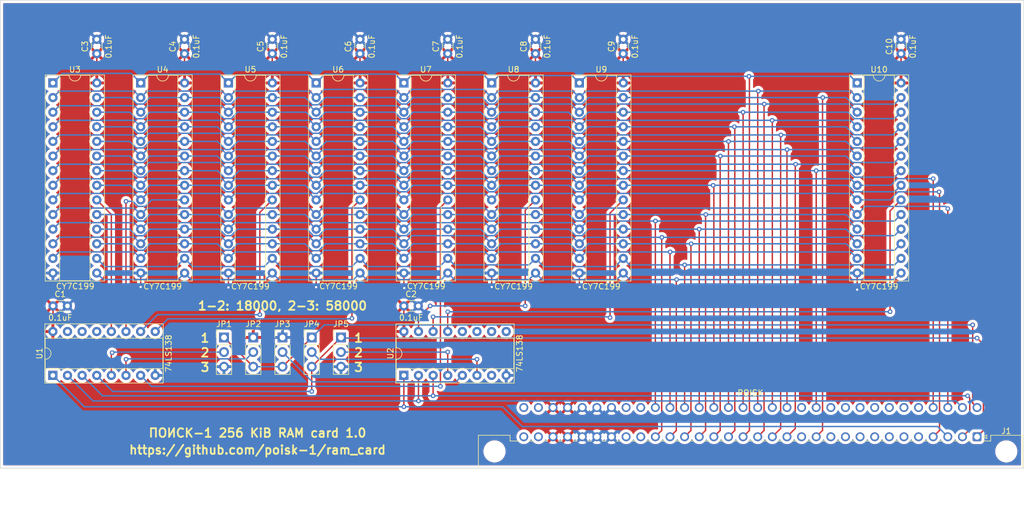
<source format=kicad_pcb>
(kicad_pcb (version 20211014) (generator pcbnew)
  (layers (0 "F.Cu" signal) (31 "B.Cu" signal) (34 "B.Paste" user) (35 "F.Paste" user) (36 "B.SilkS" user "B.Silkscreen") (37 "F.SilkS" user "F.Silkscreen") (38 "B.Mask" user) (39 "F.Mask" user) (44 "Edge.Cuts" user))
  (net 0 "")
  (net 1 "+5V")
  (net 2 "GND")
  (net 27 "/banks/ADDR.13")
  (net 28 "/banks/ADDR.11")
  (net 29 "/banks/ADDR.F")
  (net 30 "/banks/ADDR.D")
  (net 33 "/banks/~{MWTC}")
  (net 35 "/banks/ADDR.B")
  (net 36 "/banks/ADDR.9")
  (net 37 "/banks/ADDR.7")
  (net 38 "/banks/ADDR.5")
  (net 39 "/banks/ADDR.3")
  (net 40 "/banks/ADDR.1")
  (net 41 "/banks/DAT.7")
  (net 42 "/banks/DAT.5")
  (net 43 "/banks/DAT.3")
  (net 44 "/banks/DAT.1")
  (net 45 "/banks/ADDR.12")
  (net 46 "/banks/ADDR.10")
  (net 47 "/banks/ADDR.E")
  (net 48 "/banks/ADDR.C")
  (net 49 "/banks/~{MRDC}")
  (net 50 "/banks/ADDR.A")
  (net 51 "/banks/ADDR.8")
  (net 52 "/banks/ADDR.6")
  (net 53 "/banks/ADDR.4")
  (net 54 "/banks/ADDR.2")
  (net 55 "/banks/ADDR.0")
  (net 56 "/banks/DAT.6")
  (net 57 "/banks/DAT.4")
  (net 58 "/banks/DAT.2")
  (net 59 "/banks/DAT.0")
  (net 60 "Net-(JP1-Pad2)")
  (net 61 "Net-(JP2-Pad2)")
  (net 62 "Net-(JP3-Pad2)")
  (net 63 "Net-(JP4-Pad2)")
  (net 64 "Net-(JP5-Pad2)")
  (net 65 "/banks/~{CS4}")
  (net 66 "/banks/~{CS3}")
  (net 67 "/banks/~{CS2}")
  (net 68 "/banks/~{CS1}")
  (net 69 "/banks/~{CS0}")
  (net 75 "/banks/~{CS7}")
  (net 76 "/banks/~{CS6}")
  (net 77 "/banks/~{CS5}")
  (footprint "Capacitor_THT:C_Disc_D3.0mm_W1.6mm_P2.50mm" (layer "F.Cu") (at 207.264 60.076994 90)
    (fp_text reference "C10")
    (fp_text value "0.1uF")
  )
  (footprint "Package_DIP:DIP-28_W7.62mm_Socket" (layer "F.Cu") (at 120.914008 65.156994)
    (fp_text reference "U7")
    (fp_text value "CY7C199")
  )
  (footprint "Connector_PinHeader_2.54mm:PinHeader_1x03_P2.54mm_Vertical" (layer "F.Cu") (at 104.902 109.368)
    (fp_text reference "JP4")
    (fp_text value "Jumper_3_Bridged12" hide)
  )
  (footprint "Capacitor_THT:C_Disc_D3.0mm_W1.6mm_P2.50mm" (layer "F.Cu") (at 98.044 60.076994 90)
    (fp_text reference "C5")
    (fp_text value "0.1uF")
  )
  (footprint "Capacitor_THT:C_Disc_D3.0mm_W1.6mm_P2.50mm" (layer "F.Cu") (at 143.764 60.076994 90)
    (fp_text reference "C8")
    (fp_text value "0.1uF")
  )
  (footprint "Connector_PinHeader_2.54mm:PinHeader_1x03_P2.54mm_Vertical" (layer "F.Cu") (at 89.662 109.368)
    (fp_text reference "JP1")
    (fp_text value "Jumper_3_Bridged12" hide)
  )
  (footprint "Capacitor_THT:C_Disc_D3.0mm_W1.6mm_P2.50mm" (layer "F.Cu") (at 59.96399 103.891994)
    (fp_text reference "C1")
    (fp_text value "0.1uF")
  )
  (footprint "Package_DIP:DIP-28_W7.62mm_Socket" (layer "F.Cu") (at 136.154008 65.156994)
    (fp_text reference "U8")
    (fp_text value "CY7C199")
  )
  (footprint "Package_DIP:DIP-28_W7.62mm_Socket" (layer "F.Cu") (at 151.394008 65.156994)
    (fp_text reference "U9")
    (fp_text value "CY7C199")
  )
  (footprint "Capacitor_THT:C_Disc_D3.0mm_W1.6mm_P2.50mm" (layer "F.Cu") (at 82.804 60.076994 90)
    (fp_text reference "C4")
    (fp_text value "0.1uF")
  )
  (footprint "Connector_PinHeader_2.54mm:PinHeader_1x03_P2.54mm_Vertical" (layer "F.Cu") (at 109.982 109.368)
    (fp_text reference "JP5")
    (fp_text value "Jumper_3_Bridged12" hide)
  )
  (footprint "Package_DIP:DIP-28_W7.62mm_Socket" (layer "F.Cu") (at 75.194008 65.156994)
    (fp_text reference "U4")
    (fp_text value "CY7C199")
  )
  (footprint "Package_DIP:DIP-16_W7.62mm_Socket" (layer "F.Cu") (at 59.933992 115.956994 90)
    (fp_text reference "U1")
    (fp_text value "74LS138")
  )
  (footprint "Capacitor_THT:C_Disc_D3.0mm_W1.6mm_P2.50mm" (layer "F.Cu") (at 67.564 60.076994 90)
    (fp_text reference "C3")
    (fp_text value "0.1uF")
  )
  (footprint "Capacitor_THT:C_Disc_D3.0mm_W1.6mm_P2.50mm" (layer "F.Cu") (at 113.284 60.076994 90)
    (fp_text reference "C6")
    (fp_text value "0.1uF")
  )
  (footprint "Capacitor_THT:C_Disc_D3.0mm_W1.6mm_P2.50mm" (layer "F.Cu") (at 120.904 103.891994)
    (fp_text reference "C2")
    (fp_text value "0.1uF")
  )
  (footprint "Capacitor_THT:C_Disc_D3.0mm_W1.6mm_P2.50mm" (layer "F.Cu") (at 159.004 60.076994 90)
    (fp_text reference "C9")
    (fp_text value "0.1uF")
  )
  (footprint "Package_DIP:DIP-28_W7.62mm_Socket" (layer "F.Cu") (at 199.644 65.156994)
    (fp_text reference "U10")
    (fp_text value "CY7C199")
  )
  (footprint "Package_DIP:DIP-16_W7.62mm_Socket" (layer "F.Cu") (at 120.904 115.956994 90)
    (fp_text reference "U2")
    (fp_text value "74LS138")
  )
  (footprint "Package_DIP:DIP-28_W7.62mm_Socket" (layer "F.Cu") (at 90.434008 65.156994)
    (fp_text reference "U5")
    (fp_text value "CY7C199")
  )
  (footprint "Capacitor_THT:C_Disc_D3.0mm_W1.6mm_P2.50mm" (layer "F.Cu") (at 128.524 60.076994 90)
    (fp_text reference "C7")
    (fp_text value "0.1uF")
  )
  (footprint "Package_DIP:DIP-28_W7.62mm_Socket" (layer "F.Cu") (at 59.944 65.156994)
    (fp_text reference "U3")
    (fp_text value "CY7C199")
  )
  (footprint "Connector_DIN:DIN41612_R_2x32_Male_Horizontal_THT" (layer "F.Cu") (at 220.472 126.619 180)
    (fp_text reference "J1")
    (fp_text value "POISK")
  )
  (footprint "Package_DIP:DIP-28_W7.62mm_Socket" (layer "F.Cu") (at 105.674008 65.156994)
    (fp_text reference "U6")
    (fp_text value "CY7C199")
  )
  (footprint "Connector_PinHeader_2.54mm:PinHeader_1x03_P2.54mm_Vertical" (layer "F.Cu") (at 94.742 109.368)
    (fp_text reference "JP2")
    (fp_text value "Jumper_3_Bridged12" hide)
  )
  (footprint "Connector_PinHeader_2.54mm:PinHeader_1x03_P2.54mm_Vertical" (layer "F.Cu") (at 99.822 109.368)
    (fp_text reference "JP3")
    (fp_text value "Jumper_3_Bridged12" hide)
  )
  (gr_line (start 50.8 50.8) (end 228.6 50.8) (layer "Edge.Cuts") (width 0.1))
  (gr_line (start 228.6 50.8) (end 228.6 132.08) (layer "Edge.Cuts") (width 0.1))
  (gr_line (start 50.8 132.08) (end 50.8 50.8) (layer "Edge.Cuts") (width 0.1))
  (gr_line (start 228.6 132.08) (end 50.8 132.08) (layer "Edge.Cuts") (width 0.1))
  (gr_text "ПОИСК-1 256 KiB RAM card 1.0" (at 95.4786 125.9586) (layer "F.SilkS") (effects (font (size 1.5 1.5) (thickness 0.3))))
  (gr_text "https://github.com/poisk-1/ram_card" (at 95.4786 128.905) (layer "F.SilkS") (effects (font (size 1.5 1.5) (thickness 0.3))))
  (gr_text "2" (at 86.36 112.014) (layer "F.SilkS") (effects (font (size 1.5 1.5) (thickness 0.3))))
  (gr_text "3" (at 86.36 114.554) (layer "F.SilkS") (effects (font (size 1.5 1.5) (thickness 0.3))))
  (gr_text "1-2: 18000, 2-3: 58000" (at 99.822 103.886) (layer "F.SilkS") (effects (font (size 1.5 1.5) (thickness 0.3))))
  (gr_text "1" (at 86.36 109.474) (layer "F.SilkS") (effects (font (size 1.5 1.5) (thickness 0.3))))
  (gr_text "1" (at 113.03 109.474) (layer "F.SilkS") (effects (font (size 1.5 1.5) (thickness 0.3))))
  (gr_text "3" (at 113.03 114.554) (layer "F.SilkS") (effects (font (size 1.5 1.5) (thickness 0.3))))
  (gr_text "2" (at 113.03 112.014) (layer "F.SilkS") (effects (font (size 1.5 1.5) (thickness 0.3))))
  (segment (start 113.284 60.077) (end 113.284 65.147) (width 0.25) (layer "F.Cu") (net 1))
  (segment (start 143.764 65.147) (end 143.774 65.157) (width 0.25) (layer "F.Cu") (net 1))
  (segment (start 159.004 60.077) (end 159.004 65.147) (width 0.25) (layer "F.Cu") (net 1))
  (segment (start 98.044 65.147) (end 98.054 65.157) (width 0.25) (layer "F.Cu") (net 1))
  (segment (start 143.764 60.077) (end 143.764 65.147) (width 0.25) (layer "F.Cu") (net 1))
  (segment (start 59.964 103.892) (end 59.964 108.307) (width 0.25) (layer "F.Cu") (net 1))
  (segment (start 159.004 65.147) (end 159.014 65.157) (width 0.25) (layer "F.Cu") (net 1))
  (segment (start 59.964 108.307) (end 59.934 108.337) (width 0.25) (layer "F.Cu") (net 1))
  (segment (start 120.904 103.892) (end 120.904 108.337) (width 0.25) (layer "F.Cu") (net 1))
  (segment (start 82.804 65.147) (end 82.814 65.157) (width 0.25) (layer "F.Cu") (net 1))
  (segment (start 67.564 60.077) (end 67.564 65.157) (width 0.25) (layer "F.Cu") (net 1))
  (segment (start 82.804 60.077) (end 82.804 65.147) (width 0.25) (layer "F.Cu") (net 1))
  (segment (start 98.044 60.077) (end 98.044 65.147) (width 0.25) (layer "F.Cu") (net 1))
  (segment (start 113.284 65.147) (end 113.294 65.157) (width 0.25) (layer "F.Cu") (net 1))
  (segment (start 128.524 60.077) (end 128.524 65.147) (width 0.25) (layer "F.Cu") (net 1))
  (segment (start 128.524 65.147) (end 128.534 65.157) (width 0.25) (layer "F.Cu") (net 1))
  (segment (start 207.264 60.077) (end 207.264 65.157) (width 0.25) (layer "F.Cu") (net 1))
  (segment (start 199.644 98.177) (end 199.644 101.0666) (width 0.25) (layer "F.Cu") (net 2))
  (segment (start 120.914 98.177) (end 120.914 100.721) (width 0.25) (layer "F.Cu") (net 2))
  (segment (start 151.394 98.177) (end 151.394 100.5686) (width 0.25) (layer "F.Cu") (net 2))
  (segment (start 151.394 100.5686) (end 151.4348 100.6094) (width 0.25) (layer "F.Cu") (net 2))
  (segment (start 90.434 100.6756) (end 90.424 100.6856) (width 0.25) (layer "F.Cu") (net 2))
  (segment (start 136.154 100.594) (end 136.1694 100.6094) (width 0.25) (layer "F.Cu") (net 2))
  (segment (start 136.154 98.177) (end 136.154 100.594) (width 0.25) (layer "F.Cu") (net 2))
  (segment (start 105.674 98.177) (end 105.674 100.6248) (width 0.25) (layer "F.Cu") (net 2))
  (segment (start 75.194 98.177) (end 75.194 100.5994) (width 0.25) (layer "F.Cu") (net 2))
  (segment (start 75.194 100.5994) (end 75.184 100.6094) (width 0.25) (layer "F.Cu") (net 2))
  (segment (start 90.434 98.177) (end 90.434 100.6756) (width 0.25) (layer "F.Cu") (net 2))
  (segment (start 120.914 100.721) (end 120.9802 100.7872) (width 0.25) (layer "F.Cu") (net 2))
  (segment (start 105.674 100.6248) (end 105.664 100.6348) (width 0.25) (layer "F.Cu") (net 2))
  (via (at 136.1694 100.6094) (size 0.8) (drill 0.4) (layers "F.Cu" "B.Cu") (net 2))
  (via (at 105.664 100.6348) (size 0.8) (drill 0.4) (layers "F.Cu" "B.Cu") (net 2))
  (via (at 90.424 100.6856) (size 0.8) (drill 0.4) (layers "F.Cu" "B.Cu") (net 2))
  (via (at 75.184 100.6094) (size 0.8) (drill 0.4) (layers "F.Cu" "B.Cu") (net 2))
  (via (at 120.9802 100.7872) (size 0.8) (drill 0.4) (layers "F.Cu" "B.Cu") (net 2))
  (via (at 199.644 101.0666) (size 0.8) (drill 0.4) (layers "F.Cu" "B.Cu") (net 2))
  (via (at 151.4348 100.6094) (size 0.8) (drill 0.4) (layers "F.Cu" "B.Cu") (net 2))
  (segment (start 221.571511 110.573511) (end 221.571511 125.519489) (width 0.25) (layer "F.Cu") (net 27))
  (segment (start 221.571511 125.519489) (end 220.472 126.619) (width 0.25) (layer "F.Cu") (net 27))
  (segment (start 220.472 109.474) (end 221.571511 110.573511) (width 0.25) (layer "F.Cu") (net 27))
  (segment (start 104.902 114.448) (end 109.982 109.368) (width 0.25) (layer "F.Cu") (net 27))
  (segment (start 104.902 118.745) (end 104.902 114.448) (width 0.25) (layer "F.Cu") (net 27))
  (via (at 104.902 118.745) (size 0.8) (drill 0.4) (layers "F.Cu" "B.Cu") (net 27))
  (via (at 220.472 109.474) (size 0.8) (drill 0.4) (layers "F.Cu" "B.Cu") (net 27))
  (segment (start 70.342 118.745) (end 104.902 118.745) (width 0.25) (layer "B.Cu") (net 27))
  (segment (start 109.982 109.368) (end 110.088 109.474) (width 0.25) (layer "B.Cu") (net 27))
  (segment (start 110.088 109.474) (end 220.472 109.474) (width 0.25) (layer "B.Cu") (net 27))
  (segment (start 67.554 115.957) (end 70.342 118.745) (width 0.25) (layer "B.Cu") (net 27))
  (segment (start 218.821 119.507) (end 219.202 119.888) (width 0.25) (layer "F.Cu") (net 28))
  (segment (start 125.984 115.957) (end 125.984 119.507) (width 0.25) (layer "F.Cu") (net 28))
  (segment (start 219.202 125.349) (end 217.932 126.619) (width 0.25) (layer "F.Cu") (net 28))
  (segment (start 219.202 119.888) (end 219.202 125.349) (width 0.25) (layer "F.Cu") (net 28))
  (via (at 218.821 119.507) (size 0.8) (drill 0.4) (layers "F.Cu" "B.Cu") (net 28))
  (via (at 125.984 119.507) (size 0.8) (drill 0.4) (layers "F.Cu" "B.Cu") (net 28))
  (segment (start 125.984 119.507) (end 218.821 119.507) (width 0.25) (layer "B.Cu") (net 28))
  (segment (start 68.564 119.507) (end 125.984 119.507) (width 0.25) (layer "B.Cu") (net 28))
  (segment (start 65.014 115.957) (end 68.564 119.507) (width 0.25) (layer "B.Cu") (net 28))
  (segment (start 120.904 121.412) (end 120.904 115.957) (width 0.25) (layer "F.Cu") (net 29))
  (via (at 120.904 121.412) (size 0.8) (drill 0.4) (layers "F.Cu" "B.Cu") (net 29))
  (segment (start 59.934 115.957) (end 59.95 115.957) (width 0.25) (layer "B.Cu") (net 29))
  (segment (start 141.478 124.841) (end 213.614 124.841) (width 0.25) (layer "B.Cu") (net 29))
  (segment (start 59.95 115.957) (end 65.405 121.412) (width 0.25) (layer "B.Cu") (net 29))
  (segment (start 120.904 121.412) (end 138.049 121.412) (width 0.25) (layer "B.Cu") (net 29))
  (segment (start 138.049 121.412) (end 141.478 124.841) (width 0.25) (layer "B.Cu") (net 29))
  (segment (start 65.405 121.412) (end 120.904 121.412) (width 0.25) (layer "B.Cu") (net 29))
  (segment (start 213.614 124.841) (end 215.392 126.619) (width 0.25) (layer "B.Cu") (net 29))
  (segment (start 213.951511 125.519489) (end 213.951511 84.157511) (width 0.25) (layer "F.Cu") (net 30))
  (segment (start 213.951511 84.157511) (end 213.868 84.074) (width 0.25) (layer "F.Cu") (net 30))
  (segment (start 212.852 126.619) (end 213.951511 125.519489) (width 0.25) (layer "F.Cu") (net 30))
  (via (at 213.868 84.074) (size 0.8) (drill 0.4) (layers "F.Cu" "B.Cu") (net 30))
  (segment (start 205.359718 85.477) (end 199.644 85.477) (width 0.25) (layer "B.Cu") (net 30))
  (segment (start 119.789489 84.352489) (end 106.798511 84.352489) (width 0.25) (layer "B.Cu") (net 30))
  (segment (start 122.038511 84.352489) (end 120.914 85.477) (width 0.25) (layer "B.Cu") (net 30))
  (segment (start 152.518511 84.352489) (end 151.394 85.477) (width 0.25) (layer "B.Cu") (net 30))
  (segment (start 137.278511 84.352489) (end 136.154 85.477) (width 0.25) (layer "B.Cu") (net 30))
  (segment (start 151.394 85.477) (end 150.269489 84.352489) (width 0.25) (layer "B.Cu") (net 30))
  (segment (start 74.069489 84.352489) (end 61.068511 84.352489) (width 0.25) (layer "B.Cu") (net 30))
  (segment (start 135.029489 84.352489) (end 122.038511 84.352489) (width 0.25) (layer "B.Cu") (net 30))
  (segment (start 120.914 85.477) (end 119.789489 84.352489) (width 0.25) (layer "B.Cu") (net 30))
  (segment (start 89.309489 84.352489) (end 76.318511 84.352489) (width 0.25) (layer "B.Cu") (net 30))
  (segment (start 198.519489 84.352489) (end 152.518511 84.352489) (width 0.25) (layer "B.Cu") (net 30))
  (segment (start 91.558511 84.352489) (end 90.434 85.477) (width 0.25) (layer "B.Cu") (net 30))
  (segment (start 150.269489 84.352489) (end 137.278511 84.352489) (width 0.25) (layer "B.Cu") (net 30))
  (segment (start 104.549489 84.352489) (end 91.558511 84.352489) (width 0.25) (layer "B.Cu") (net 30))
  (segment (start 136.154 85.477) (end 135.029489 84.352489) (width 0.25) (layer "B.Cu") (net 30))
  (segment (start 199.644 85.477) (end 198.519489 84.352489) (width 0.25) (layer "B.Cu") (net 30))
  (segment (start 61.068511 84.352489) (end 59.944 85.477) (width 0.25) (layer "B.Cu") (net 30))
  (segment (start 90.434 85.477) (end 89.309489 84.352489) (width 0.25) (layer "B.Cu") (net 30))
  (segment (start 206.762718 84.074) (end 205.359718 85.477) (width 0.25) (layer "B.Cu") (net 30))
  (segment (start 76.318511 84.352489) (end 75.194 85.477) (width 0.25) (layer "B.Cu") (net 30))
  (segment (start 106.798511 84.352489) (end 105.674 85.477) (width 0.25) (layer "B.Cu") (net 30))
  (segment (start 105.674 85.477) (end 104.549489 84.352489) (width 0.25) (layer "B.Cu") (net 30))
  (segment (start 213.868 84.074) (end 206.762718 84.074) (width 0.25) (layer "B.Cu") (net 30))
  (segment (start 75.194 85.477) (end 74.069489 84.352489) (width 0.25) (layer "B.Cu") (net 30))
  (segment (start 193.631511 125.519489) (end 193.631511 67.734489) (width 0.25) (layer "F.Cu") (net 33))
  (segment (start 192.532 126.619) (end 193.631511 125.519489) (width 0.25) (layer "F.Cu") (net 33))
  (segment (start 193.631511 67.734489) (end 193.669 67.697) (width 0.25) (layer "F.Cu") (net 33))
  (via (at 193.669 67.697) (size 0.8) (drill 0.4) (layers "F.Cu" "B.Cu") (net 33))
  (segment (start 89.968211 68.821511) (end 88.8437 67.697) (width 0.25) (layer "B.Cu") (net 33))
  (segment (start 143.774 67.697) (end 137.7443 67.697) (width 0.25) (layer "B.Cu") (net 33))
  (segment (start 73.412 67.697) (end 67.564 67.697) (width 0.25) (layer "B.Cu") (net 33))
  (segment (start 206.127 68.834) (end 198.876718 68.834) (width 0.25) (layer "B.Cu") (net 33))
  (segment (start 135.688211 68.821511) (end 134.5637 67.697) (width 0.25) (layer "B.Cu") (net 33))
  (segment (start 98.054 67.697) (end 92.0243 67.697) (width 0.25) (layer "B.Cu") (net 33))
  (segment (start 107.2643 67.697) (end 106.0003 68.961) (width 0.25) (layer "B.Cu") (net 33))
  (segment (start 113.294 67.697) (end 107.2643 67.697) (width 0.25) (layer "B.Cu") (net 33))
  (segment (start 149.645991 67.697) (end 143.774 67.697) (width 0.25) (layer "B.Cu") (net 33))
  (segment (start 75.659789 68.821511) (end 74.536511 68.821511) (width 0.25) (layer "B.Cu") (net 33))
  (segment (start 121.379789 68.821511) (end 120.448211 68.821511) (width 0.25) (layer "B.Cu") (net 33))
  (segment (start 134.5637 67.697) (end 128.534 67.697) (width 0.25) (layer "B.Cu") (net 33))
  (segment (start 207.264 67.697) (end 206.127 68.834) (width 0.25) (layer "B.Cu") (net 33))
  (segment (start 106.0003 68.961) (end 105.033718 68.961) (width 0.25) (layer "B.Cu") (net 33))
  (segment (start 119.3237 67.697) (end 113.294 67.697) (width 0.25) (layer "B.Cu") (net 33))
  (segment (start 136.619789 68.821511) (end 135.688211 68.821511) (width 0.25) (layer "B.Cu") (net 33))
  (segment (start 159.014 67.697) (end 152.9843 67.697) (width 0.25) (layer "B.Cu") (net 33))
  (segment (start 197.739718 67.697) (end 193.669 67.697) (width 0.25) (layer "B.Cu") (net 33))
  (segment (start 128.534 67.697) (end 122.5043 67.697) (width 0.25) (layer "B.Cu") (net 33))
  (segment (start 152.9843 67.697) (end 151.859789 68.821511) (width 0.25) (layer "B.Cu") (net 33))
  (segment (start 74.536511 68.821511) (end 73.412 67.697) (width 0.25) (layer "B.Cu") (net 33))
  (segment (start 76.7843 67.697) (end 75.659789 68.821511) (width 0.25) (layer "B.Cu") (net 33))
  (segment (start 92.0243 67.697) (end 90.899789 68.821511) (width 0.25) (layer "B.Cu") (net 33))
  (segment (start 88.8437 67.697) (end 82.814 67.697) (width 0.25) (layer "B.Cu") (net 33))
  (segment (start 150.770502 68.821511) (end 149.645991 67.697) (width 0.25) (layer "B.Cu") (net 33))
  (segment (start 137.7443 67.697) (end 136.619789 68.821511) (width 0.25) (layer "B.Cu") (net 33))
  (segment (start 105.033718 68.961) (end 103.769718 67.697) (width 0.25) (layer "B.Cu") (net 33))
  (segment (start 193.669 67.697) (end 159.014 67.697) (width 0.25) (layer "B.Cu") (net 33))
  (segment (start 90.899789 68.821511) (end 89.968211 68.821511) (width 0.25) (layer "B.Cu") (net 33))
  (segment (start 151.859789 68.821511) (end 150.770502 68.821511) (width 0.25) (layer "B.Cu") (net 33))
  (segment (start 198.876718 68.834) (end 197.739718 67.697) (width 0.25) (layer "B.Cu") (net 33))
  (segment (start 122.5043 67.697) (end 121.379789 68.821511) (width 0.25) (layer "B.Cu") (net 33))
  (segment (start 120.448211 68.821511) (end 119.3237 67.697) (width 0.25) (layer "B.Cu") (net 33))
  (segment (start 103.769718 67.697) (end 98.054 67.697) (width 0.25) (layer "B.Cu") (net 33))
  (segment (start 82.814 67.697) (end 76.7843 67.697) (width 0.25) (layer "B.Cu") (net 33))
  (segment (start 187.452 126.619) (end 188.892489 125.178511) (width 0.25) (layer "F.Cu") (net 35))
  (segment (start 188.892489 125.178511) (end 188.892489 79.331511) (width 0.25) (layer "F.Cu") (net 35))
  (segment (start 188.892489 79.331511) (end 188.951511 79.272489) (width 0.25) (layer "F.Cu") (net 35))
  (via (at 188.951511 79.272489) (size 0.8) (drill 0.4) (layers "F.Cu" "B.Cu") (net 35))
  (segment (start 188.951511 79.272489) (end 152.518511 79.272489) (width 0.25) (layer "B.Cu") (net 35))
  (segment (start 150.269489 79.272489) (end 137.278511 79.272489) (width 0.25) (layer "B.Cu") (net 35))
  (segment (start 74.069489 79.272489) (end 61.068511 79.272489) (width 0.25) (layer "B.Cu") (net 35))
  (segment (start 122.038511 79.272489) (end 120.914 80.397) (width 0.25) (layer "B.Cu") (net 35))
  (segment (start 135.029489 79.272489) (end 122.038511 79.272489) (width 0.25) (layer "B.Cu") (net 35))
  (segment (start 136.154 80.397) (end 135.029489 79.272489) (width 0.25) (layer "B.Cu") (net 35))
  (segment (start 104.549489 79.272489) (end 91.558511 79.272489) (width 0.25) (layer "B.Cu") (net 35))
  (segment (start 120.914 80.397) (end 119.789489 79.272489) (width 0.25) (layer "B.Cu") (net 35))
  (segment (start 199.644 80.397) (end 198.519489 79.272489) (width 0.25) (layer "B.Cu") (net 35))
  (segment (start 198.519489 79.272489) (end 188.951511 79.272489) (width 0.25) (layer "B.Cu") (net 35))
  (segment (start 152.518511 79.272489) (end 151.394 80.397) (width 0.25) (layer "B.Cu") (net 35))
  (segment (start 75.194 80.397) (end 74.069489 79.272489) (width 0.25) (layer "B.Cu") (net 35))
  (segment (start 106.798511 79.272489) (end 105.674 80.397) (width 0.25) (layer "B.Cu") (net 35))
  (segment (start 91.558511 79.272489) (end 90.434 80.397) (width 0.25) (layer "B.Cu") (net 35))
  (segment (start 76.609489 78.981511) (end 75.194 80.397) (width 0.25) (layer "B.Cu") (net 35))
  (segment (start 90.434 80.397) (end 89.018511 78.981511) (width 0.25) (layer "B.Cu") (net 35))
  (segment (start 151.394 80.397) (end 150.269489 79.272489) (width 0.25) (layer "B.Cu") (net 35))
  (segment (start 105.674 80.397) (end 104.549489 79.272489) (width 0.25) (layer "B.Cu") (net 35))
  (segment (start 119.789489 79.272489) (end 106.798511 79.272489) (width 0.25) (layer "B.Cu") (net 35))
  (segment (start 61.068511 79.272489) (end 59.944 80.397) (width 0.25) (layer "B.Cu") (net 35))
  (segment (start 137.278511 79.272489) (end 136.154 80.397) (width 0.25) (layer "B.Cu") (net 35))
  (segment (start 89.018511 78.981511) (end 76.609489 78.981511) (width 0.25) (layer "B.Cu") (net 35))
  (segment (start 184.912 126.619) (end 186.352489 125.178511) (width 0.25) (layer "F.Cu") (net 36))
  (segment (start 186.352489 74.251511) (end 186.411511 74.192489) (width 0.25) (layer "F.Cu") (net 36))
  (segment (start 186.352489 125.178511) (end 186.352489 74.251511) (width 0.25) (layer "F.Cu") (net 36))
  (via (at 186.411511 74.192489) (size 0.8) (drill 0.4) (layers "F.Cu" "B.Cu") (net 36))
  (segment (start 76.609489 73.901511) (end 75.194 75.317) (width 0.25) (layer "B.Cu") (net 36))
  (segment (start 119.789489 74.192489) (end 106.798511 74.192489) (width 0.25) (layer "B.Cu") (net 36))
  (segment (start 89.018511 73.901511) (end 76.609489 73.901511) (width 0.25) (layer "B.Cu") (net 36))
  (segment (start 150.269489 74.192489) (end 137.278511 74.192489) (width 0.25) (layer "B.Cu") (net 36))
  (segment (start 91.558511 74.192489) (end 90.434 75.317) (width 0.25) (layer "B.Cu") (net 36))
  (segment (start 152.518511 74.192489) (end 151.394 75.317) (width 0.25) (layer "B.Cu") (net 36))
  (segment (start 122.038511 74.192489) (end 120.914 75.317) (width 0.25) (layer "B.Cu") (net 36))
  (segment (start 104.549489 74.192489) (end 91.558511 74.192489) (width 0.25) (layer "B.Cu") (net 36))
  (segment (start 61.068511 74.192489) (end 59.944 75.317) (width 0.25) (layer "B.Cu") (net 36))
  (segment (start 74.069489 74.192489) (end 61.068511 74.192489) (width 0.25) (layer "B.Cu") (net 36))
  (segment (start 75.194 75.317) (end 74.069489 74.192489) (width 0.25) (layer "B.Cu") (net 36))
  (segment (start 136.154 75.317) (end 135.029489 74.192489) (width 0.25) (layer "B.Cu") (net 36))
  (segment (start 186.411511 74.192489) (end 152.518511 74.192489) (width 0.25) (layer "B.Cu") (net 36))
  (segment (start 106.798511 74.192489) (end 105.674 75.317) (width 0.25) (layer "B.Cu") (net 36))
  (segment (start 151.394 75.317) (end 150.269489 74.192489) (width 0.25) (layer "B.Cu") (net 36))
  (segment (start 120.914 75.317) (end 119.789489 74.192489) (width 0.25) (layer "B.Cu") (net 36))
  (segment (start 198.519489 74.192489) (end 186.411511 74.192489) (width 0.25) (layer "B.Cu") (net 36))
  (segment (start 137.278511 74.192489) (end 136.154 75.317) (width 0.25) (layer "B.Cu") (net 36))
  (segment (start 105.674 75.317) (end 104.549489 74.192489) (width 0.25) (layer "B.Cu") (net 36))
  (segment (start 135.029489 74.192489) (end 122.038511 74.192489) (width 0.25) (layer "B.Cu") (net 36))
  (segment (start 199.644 75.317) (end 198.519489 74.192489) (width 0.25) (layer "B.Cu") (net 36))
  (segment (start 90.434 75.317) (end 89.018511 73.901511) (width 0.25) (layer "B.Cu") (net 36))
  (segment (start 182.372 126.619) (end 183.471511 125.519489) (width 0.25) (layer "F.Cu") (net 37))
  (segment (start 183.471511 125.519489) (end 183.471511 68.852511) (width 0.25) (layer "F.Cu") (net 37))
  (segment (start 183.471511 68.852511) (end 183.502511 68.821511) (width 0.25) (layer "F.Cu") (net 37))
  (via (at 183.502511 68.821511) (size 0.8) (drill 0.4) (layers "F.Cu" "B.Cu") (net 37))
  (segment (start 136.154 70.237) (end 134.738511 68.821511) (width 0.25) (layer "B.Cu") (net 37))
  (segment (start 75.194 70.237) (end 74.069489 69.112489) (width 0.25) (layer "B.Cu") (net 37))
  (segment (start 152.809489 68.821511) (end 151.394 70.237) (width 0.25) (layer "B.Cu") (net 37))
  (segment (start 122.329489 68.821511) (end 120.914 70.237) (width 0.25) (layer "B.Cu") (net 37))
  (segment (start 198.228511 68.821511) (end 183.502511 68.821511) (width 0.25) (layer "B.Cu") (net 37))
  (segment (start 134.738511 68.821511) (end 122.329489 68.821511) (width 0.25) (layer "B.Cu") (net 37))
  (segment (start 91.558511 69.112489) (end 90.434 70.237) (width 0.25) (layer "B.Cu") (net 37))
  (segment (start 105.674 70.237) (end 104.549489 69.112489) (width 0.25) (layer "B.Cu") (net 37))
  (segment (start 76.318511 69.112489) (end 75.194 70.237) (width 0.25) (layer "B.Cu") (net 37))
  (segment (start 74.069489 69.112489) (end 61.068511 69.112489) (width 0.25) (layer "B.Cu") (net 37))
  (segment (start 61.068511 69.112489) (end 59.944 70.237) (width 0.25) (layer "B.Cu") (net 37))
  (segment (start 149.978511 68.821511) (end 137.569489 68.821511) (width 0.25) (layer "B.Cu") (net 37))
  (segment (start 151.394 70.237) (end 149.978511 68.821511) (width 0.25) (layer "B.Cu") (net 37))
  (segment (start 90.434 70.237) (end 89.309489 69.112489) (width 0.25) (layer "B.Cu") (net 37))
  (segment (start 137.569489 68.821511) (end 136.154 70.237) (width 0.25) (layer "B.Cu") (net 37))
  (segment (start 183.502511 68.821511) (end 152.809489 68.821511) (width 0.25) (layer "B.Cu") (net 37))
  (segment (start 199.644 70.237) (end 198.228511 68.821511) (width 0.25) (layer "B.Cu") (net 37))
  (segment (start 106.798511 69.112489) (end 105.674 70.237) (width 0.25) (layer "B.Cu") (net 37))
  (segment (start 89.309489 69.112489) (end 76.318511 69.112489) (width 0.25) (layer "B.Cu") (net 37))
  (segment (start 119.789489 69.112489) (end 106.798511 69.112489) (width 0.25) (layer "B.Cu") (net 37))
  (segment (start 104.549489 69.112489) (end 91.558511 69.112489) (width 0.25) (layer "B.Cu") (net 37))
  (segment (start 120.914 70.237) (end 119.789489 69.112489) (width 0.25) (layer "B.Cu") (net 37))
  (segment (start 179.832 126.619) (end 180.931511 125.519489) (width 0.25) (layer "F.Cu") (net 38))
  (segment (start 180.931511 125.519489) (end 180.931511 64.091511) (width 0.25) (layer "F.Cu") (net 38))
  (segment (start 180.931511 64.091511) (end 180.848 64.008) (width 0.25) (layer "F.Cu") (net 38))
  (via (at 180.848 64.008) (size 0.8) (drill 0.4) (layers "F.Cu" "B.Cu") (net 38))
  (segment (start 120.91 65.157) (end 119.38 63.627) (width 0.25) (layer "B.Cu") (net 38))
  (segment (start 88.9 63.627) (end 76.724 63.627) (width 0.25) (layer "B.Cu") (net 38))
  (segment (start 61.601 63.5) (end 59.944 65.157) (width 0.25) (layer "B.Cu") (net 38))
  (segment (start 180.848 64.008) (end 152.543 64.008) (width 0.25) (layer "B.Cu") (net 38))
  (segment (start 120.914 65.157) (end 120.91 65.157) (width 0.25) (layer "B.Cu") (net 38))
  (segment (start 119.38 63.627) (end 107.204 63.627) (width 0.25) (layer "B.Cu") (net 38))
  (segment (start 137.43 63.881) (end 136.154 65.157) (width 0.25) (layer "B.Cu") (net 38))
  (segment (start 136.15 65.157) (end 134.747 63.754) (width 0.25) (layer "B.Cu") (net 38))
  (segment (start 199.644 65.151) (end 198.501 64.008) (width 0.25) (layer "B.Cu") (net 38))
  (segment (start 151.394 65.157) (end 151.39 65.157) (width 0.25) (layer "B.Cu") (net 38))
  (segment (start 136.154 65.157) (end 136.15 65.157) (width 0.25) (layer "B.Cu") (net 38))
  (segment (start 75.19 65.157) (end 73.533 63.5) (width 0.25) (layer "B.Cu") (net 38))
  (segment (start 90.43 65.157) (end 88.9 63.627) (width 0.25) (layer "B.Cu") (net 38))
  (segment (start 150.114 63.881) (end 137.43 63.881) (width 0.25) (layer "B.Cu") (net 38))
  (segment (start 104.271 63.754) (end 91.837 63.754) (width 0.25) (layer "B.Cu") (net 38))
  (segment (start 75.194 65.157) (end 75.19 65.157) (width 0.25) (layer "B.Cu") (net 38))
  (segment (start 76.724 63.627) (end 75.194 65.157) (width 0.25) (layer "B.Cu") (net 38))
  (segment (start 198.501 64.008) (end 180.848 64.008) (width 0.25) (layer "B.Cu") (net 38))
  (segment (start 151.39 65.157) (end 150.114 63.881) (width 0.25) (layer "B.Cu") (net 38))
  (segment (start 199.644 65.157) (end 199.644 65.151) (width 0.25) (layer "B.Cu") (net 38))
  (segment (start 73.533 63.5) (end 61.601 63.5) (width 0.25) (layer "B.Cu") (net 38))
  (segment (start 122.317 63.754) (end 120.914 65.157) (width 0.25) (layer "B.Cu") (net 38))
  (segment (start 90.434 65.157) (end 90.43 65.157) (width 0.25) (layer "B.Cu") (net 38))
  (segment (start 91.837 63.754) (end 90.434 65.157) (width 0.25) (layer "B.Cu") (net 38))
  (segment (start 105.674 65.157) (end 104.271 63.754) (width 0.25) (layer "B.Cu") (net 38))
  (segment (start 107.204 63.627) (end 105.674 65.157) (width 0.25) (layer "B.Cu") (net 38))
  (segment (start 134.747 63.754) (end 122.317 63.754) (width 0.25) (layer "B.Cu") (net 38))
  (segment (start 152.543 64.008) (end 151.394 65.157) (width 0.25) (layer "B.Cu") (net 38))
  (segment (start 178.391511 125.519489) (end 178.391511 72.854511) (width 0.25) (layer "F.Cu") (net 39))
  (segment (start 178.391511 72.854511) (end 178.314 72.777) (width 0.25) (layer "F.Cu") (net 39))
  (segment (start 177.292 126.619) (end 178.391511 125.519489) (width 0.25) (layer "F.Cu") (net 39))
  (via (at 178.314 72.777) (size 0.8) (drill 0.4) (layers "F.Cu" "B.Cu") (net 39))
  (segment (start 74.663511 73.901511) (end 73.539 72.777) (width 0.25) (layer "B.Cu") (net 39))
  (segment (start 88.529718 72.777) (end 82.814 72.777) (width 0.25) (layer "B.Cu") (net 39))
  (segment (start 90.8873 73.914) (end 89.666718 73.914) (width 0.25) (layer "B.Cu") (net 39))
  (segment (start 178.314 72.777) (end 159.014 72.777) (width 0.25) (layer "B.Cu") (net 39))
  (segment (start 149.489718 72.777) (end 143.774 72.777) (width 0.25) (layer "B.Cu") (net 39))
  (segment (start 122.5043 72.777) (end 121.379789 73.901511) (width 0.25) (layer "B.Cu") (net 39))
  (segment (start 150.624359 73.911641) (end 149.489718 72.777) (width 0.25) (layer "B.Cu") (net 39))
  (segment (start 152.9843 72.777) (end 151.849659 73.911641) (width 0.25) (layer "B.Cu") (net 39))
  (segment (start 134.249718 72.777) (end 128.534 72.777) (width 0.25) (layer "B.Cu") (net 39))
  (segment (start 105.016511 73.901511) (end 103.892 72.777) (width 0.25) (layer "B.Cu") (net 39))
  (segment (start 207.264 72.777) (end 205.873 74.168) (width 0.25) (layer "B.Cu") (net 39))
  (segment (start 106.139789 73.901511) (end 105.016511 73.901511) (width 0.25) (layer "B.Cu") (net 39))
  (segment (start 151.849659 73.911641) (end 150.624359 73.911641) (width 0.25) (layer "B.Cu") (net 39))
  (segment (start 199.130718 74.168) (end 197.739718 72.777) (width 0.25) (layer "B.Cu") (net 39))
  (segment (start 197.739718 72.777) (end 178.314 72.777) (width 0.25) (layer "B.Cu") (net 39))
  (segment (start 137.7443 72.777) (end 136.619789 73.901511) (width 0.25) (layer "B.Cu") (net 39))
  (segment (start 98.054 72.777) (end 92.0243 72.777) (width 0.25) (layer "B.Cu") (net 39))
  (segment (start 120.134229 73.901511) (end 119.009718 72.777) (width 0.25) (layer "B.Cu") (net 39))
  (segment (start 73.539 72.777) (end 67.564 72.777) (width 0.25) (layer "B.Cu") (net 39))
  (segment (start 143.774 72.777) (end 137.7443 72.777) (width 0.25) (layer "B.Cu") (net 39))
  (segment (start 76.7843 72.777) (end 75.659789 73.901511) (width 0.25) (layer "B.Cu") (net 39))
  (segment (start 159.014 72.777) (end 152.9843 72.777) (width 0.25) (layer "B.Cu") (net 39))
  (segment (start 135.374229 73.901511) (end 134.249718 72.777) (width 0.25) (layer "B.Cu") (net 39))
  (segment (start 92.0243 72.777) (end 90.8873 73.914) (width 0.25) (layer "B.Cu") (net 39))
  (segment (start 103.892 72.777) (end 98.054 72.777) (width 0.25) (layer "B.Cu") (net 39))
  (segment (start 113.294 72.777) (end 107.2643 72.777) (width 0.25) (layer "B.Cu") (net 39))
  (segment (start 119.009718 72.777) (end 113.294 72.777) (width 0.25) (layer "B.Cu") (net 39))
  (segment (start 107.2643 72.777) (end 106.139789 73.901511) (width 0.25) (layer "B.Cu") (net 39))
  (segment (start 82.814 72.777) (end 76.7843 72.777) (width 0.25) (layer "B.Cu") (net 39))
  (segment (start 121.379789 73.901511) (end 120.134229 73.901511) (width 0.25) (layer "B.Cu") (net 39))
  (segment (start 128.534 72.777) (end 122.5043 72.777) (width 0.25) (layer "B.Cu") (net 39))
  (segment (start 75.659789 73.901511) (end 74.663511 73.901511) (width 0.25) (layer "B.Cu") (net 39))
  (segment (start 89.666718 73.914) (end 88.529718 72.777) (width 0.25) (layer "B.Cu") (net 39))
  (segment (start 136.619789 73.901511) (end 135.374229 73.901511) (width 0.25) (layer "B.Cu") (net 39))
  (segment (start 205.873 74.168) (end 199.130718 74.168) (width 0.25) (layer "B.Cu") (net 39))
  (segment (start 174.752 126.619) (end 175.851511 125.519489) (width 0.25) (layer "F.Cu") (net 40))
  (segment (start 175.851511 77.894489) (end 175.889 77.857) (width 0.25) (layer "F.Cu") (net 40))
  (segment (start 175.851511 125.519489) (end 175.851511 77.894489) (width 0.25) (layer "F.Cu") (net 40))
  (via (at 175.889 77.857) (size 0.8) (drill 0.4) (layers "F.Cu" "B.Cu") (net 40))
  (segment (start 153.029 77.857) (end 151.892 78.994) (width 0.25) (layer "B.Cu") (net 40))
  (segment (start 113.294 77.857) (end 107.2643 77.857) (width 0.25) (layer "B.Cu") (net 40))
  (segment (start 159.014 77.857) (end 153.029 77.857) (width 0.25) (layer "B.Cu") (net 40))
  (segment (start 88.529718 77.857) (end 82.814 77.857) (width 0.25) (layer "B.Cu") (net 40))
  (segment (start 197.739718 77.857) (end 175.889 77.857) (width 0.25) (layer "B.Cu") (net 40))
  (segment (start 128.534 77.857) (end 122.5043 77.857) (width 0.25) (layer "B.Cu") (net 40))
  (segment (start 98.054 77.857) (end 92.0243 77.857) (width 0.25) (layer "B.Cu") (net 40))
  (segment (start 103.769718 77.857) (end 98.054 77.857) (width 0.25) (layer "B.Cu") (net 40))
  (segment (start 150.626718 78.994) (end 149.489718 77.857) (width 0.25) (layer "B.Cu") (net 40))
  (segment (start 206.139489 78.981511) (end 198.864229 78.981511) (width 0.25) (layer "B.Cu") (net 40))
  (segment (start 149.489718 77.857) (end 143.774 77.857) (width 0.25) (layer "B.Cu") (net 40))
  (segment (start 122.5043 77.857) (end 121.3673 78.994) (width 0.25) (layer "B.Cu") (net 40))
  (segment (start 207.264 77.857) (end 206.139489 78.981511) (width 0.25) (layer "B.Cu") (net 40))
  (segment (start 198.864229 78.981511) (end 197.739718 77.857) (width 0.25) (layer "B.Cu") (net 40))
  (segment (start 107.2643 77.857) (end 106.139789 78.981511) (width 0.25) (layer "B.Cu") (net 40))
  (segment (start 135.386718 78.994) (end 134.249718 77.857) (width 0.25) (layer "B.Cu") (net 40))
  (segment (start 76.7843 77.857) (end 75.659789 78.981511) (width 0.25) (layer "B.Cu") (net 40))
  (segment (start 137.7443 77.857) (end 136.6073 78.994) (width 0.25) (layer "B.Cu") (net 40))
  (segment (start 119.009718 77.857) (end 113.294 77.857) (width 0.25) (layer "B.Cu") (net 40))
  (segment (start 73.289718 77.857) (end 67.564 77.857) (width 0.25) (layer "B.Cu") (net 40))
  (segment (start 82.814 77.857) (end 76.7843 77.857) (width 0.25) (layer "B.Cu") (net 40))
  (segment (start 74.414229 78.981511) (end 73.289718 77.857) (width 0.25) (layer "B.Cu") (net 40))
  (segment (start 92.0243 77.857) (end 90.899789 78.981511) (width 0.25) (layer "B.Cu") (net 40))
  (segment (start 90.899789 78.981511) (end 89.654229 78.981511) (width 0.25) (layer "B.Cu") (net 40))
  (segment (start 120.146718 78.994) (end 119.009718 77.857) (width 0.25) (layer "B.Cu") (net 40))
  (segment (start 75.659789 78.981511) (end 74.414229 78.981511) (width 0.25) (layer "B.Cu") (net 40))
  (segment (start 106.139789 78.981511) (end 104.894229 78.981511) (width 0.25) (layer "B.Cu") (net 40))
  (segment (start 175.889 77.857) (end 159.014 77.857) (width 0.25) (layer "B.Cu") (net 40))
  (segment (start 89.654229 78.981511) (end 88.529718 77.857) (width 0.25) (layer "B.Cu") (net 40))
  (segment (start 143.774 77.857) (end 137.7443 77.857) (width 0.25) (layer "B.Cu") (net 40))
  (segment (start 134.249718 77.857) (end 128.534 77.857) (width 0.25) (layer "B.Cu") (net 40))
  (segment (start 136.6073 78.994) (end 135.386718 78.994) (width 0.25) (layer "B.Cu") (net 40))
  (segment (start 151.892 78.994) (end 150.626718 78.994) (width 0.25) (layer "B.Cu") (net 40))
  (segment (start 104.894229 78.981511) (end 103.769718 77.857) (width 0.25) (layer "B.Cu") (net 40))
  (segment (start 121.3673 78.994) (end 120.146718 78.994) (width 0.25) (layer "B.Cu") (net 40))
  (segment (start 173.311511 88.054489) (end 173.349 88.017) (width 0.25) (layer "F.Cu") (net 41))
  (segment (start 172.212 126.619) (end 173.311511 125.519489) (width 0.25) (layer "F.Cu") (net 41))
  (segment (start 173.311511 125.519489) (end 173.311511 88.054489) (width 0.25) (layer "F.Cu") (net 41))
  (via (at 173.349 88.017) (size 0.8) (drill 0.4) (layers "F.Cu" "B.Cu") (net 41))
  (segment (start 136.619789 89.141511) (end 135.688211 89.141511) (width 0.25) (layer "B.Cu") (net 41))
  (segment (start 104.894228 89.141511) (end 103.769717 88.017) (width 0.25) (layer "B.Cu") (net 41))
  (segment (start 113.294 88.017) (end 107.2643 88.017) (width 0.25) (layer "B.Cu") (net 41))
  (segment (start 119.3237 88.017) (end 113.294 88.017) (width 0.25) (layer "B.Cu") (net 41))
  (segment (start 73.6037 88.017) (end 67.564 88.017) (width 0.25) (layer "B.Cu") (net 41))
  (segment (start 206.139489 89.141511) (end 198.864229 89.141511) (width 0.25) (layer "B.Cu") (net 41))
  (segment (start 207.264 88.017) (end 206.139489 89.141511) (width 0.25) (layer "B.Cu") (net 41))
  (segment (start 152.9843 88.017) (end 151.859789 89.141511) (width 0.25) (layer "B.Cu") (net 41))
  (segment (start 151.859789 89.141511) (end 150.736511 89.141511) (width 0.25) (layer "B.Cu") (net 41))
  (segment (start 173.349 88.017) (end 159.014 88.017) (width 0.25) (layer "B.Cu") (net 41))
  (segment (start 90.899789 89.141511) (end 89.776511 89.141511) (width 0.25) (layer "B.Cu") (net 41))
  (segment (start 98.054 88.017) (end 92.0243 88.017) (width 0.25) (layer "B.Cu") (net 41))
  (segment (start 88.652 88.017) (end 82.814 88.017) (width 0.25) (layer "B.Cu") (net 41))
  (segment (start 76.7843 88.017) (end 75.659789 89.141511) (width 0.25) (layer "B.Cu") (net 41))
  (segment (start 121.379789 89.141511) (end 120.448211 89.141511) (width 0.25) (layer "B.Cu") (net 41))
  (segment (start 149.612 88.017) (end 143.774 88.017) (width 0.25) (layer "B.Cu") (net 41))
  (segment (start 197.739718 88.017) (end 173.349 88.017) (width 0.25) (layer "B.Cu") (net 41))
  (segment (start 134.5637 88.017) (end 128.534 88.017) (width 0.25) (layer "B.Cu") (net 41))
  (segment (start 137.7443 88.017) (end 136.619789 89.141511) (width 0.25) (layer "B.Cu") (net 41))
  (segment (start 198.864229 89.141511) (end 197.739718 88.017) (width 0.25) (layer "B.Cu") (net 41))
  (segment (start 89.776511 89.141511) (end 88.652 88.017) (width 0.25) (layer "B.Cu") (net 41))
  (segment (start 143.774 88.017) (end 137.7443 88.017) (width 0.25) (layer "B.Cu") (net 41))
  (segment (start 128.534 88.017) (end 122.5043 88.017) (width 0.25) (layer "B.Cu") (net 41))
  (segment (start 150.736511 89.141511) (end 149.612 88.017) (width 0.25) (layer "B.Cu") (net 41))
  (segment (start 75.659789 89.141511) (end 74.728211 89.141511) (width 0.25) (layer "B.Cu") (net 41))
  (segment (start 74.728211 89.141511) (end 73.6037 88.017) (width 0.25) (layer "B.Cu") (net 41))
  (segment (start 135.688211 89.141511) (end 134.5637 88.017) (width 0.25) (layer "B.Cu") (net 41))
  (segment (start 120.448211 89.141511) (end 119.3237 88.017) (width 0.25) (layer "B.Cu") (net 41))
  (segment (start 106.139789 89.141511) (end 104.894228 89.141511) (width 0.25) (layer "B.Cu") (net 41))
  (segment (start 159.014 88.017) (end 152.9843 88.017) (width 0.25) (layer "B.Cu") (net 41))
  (segment (start 107.2643 88.017) (end 106.139789 89.141511) (width 0.25) (layer "B.Cu") (net 41))
  (segment (start 82.814 88.017) (end 76.7843 88.017) (width 0.25) (layer "B.Cu") (net 41))
  (segment (start 122.5043 88.017) (end 121.379789 89.141511) (width 0.25) (layer "B.Cu") (net 41))
  (segment (start 92.0243 88.017) (end 90.899789 89.141511) (width 0.25) (layer "B.Cu") (net 41))
  (segment (start 103.769717 88.017) (end 98.054 88.017) (width 0.25) (layer "B.Cu") (net 41))
  (segment (start 170.771511 93.134489) (end 170.809 93.097) (width 0.25) (layer "F.Cu") (net 42))
  (segment (start 169.672 126.619) (end 170.771511 125.519489) (width 0.25) (layer "F.Cu") (net 42))
  (segment (start 170.771511 125.519489) (end 170.771511 93.134489) (width 0.25) (layer "F.Cu") (net 42))
  (via (at 170.809 93.097) (size 0.8) (drill 0.4) (layers "F.Cu" "B.Cu") (net 42))
  (segment (start 197.739718 93.097) (end 170.809 93.097) (width 0.25) (layer "B.Cu") (net 42))
  (segment (start 119.009718 93.097) (end 113.294 93.097) (width 0.25) (layer "B.Cu") (net 42))
  (segment (start 103.769717 93.097) (end 98.054 93.097) (width 0.25) (layer "B.Cu") (net 42))
  (segment (start 90.899789 94.221511) (end 89.654229 94.221511) (width 0.25) (layer "B.Cu") (net 42))
  (segment (start 121.379789 94.221511) (end 120.134229 94.221511) (width 0.25) (layer "B.Cu") (net 42))
  (segment (start 74.728211 94.221511) (end 73.6037 93.097) (width 0.25) (layer "B.Cu") (net 42))
  (segment (start 104.967859 94.295141) (end 103.769717 93.097) (width 0.25) (layer "B.Cu") (net 42))
  (segment (start 170.809 93.097) (end 159.014 93.097) (width 0.25) (layer "B.Cu") (net 42))
  (segment (start 136.619789 94.221511) (end 135.688211 94.221511) (width 0.25) (layer "B.Cu") (net 42))
  (segment (start 82.814 93.097) (end 76.7843 93.097) (width 0.25) (layer "B.Cu") (net 42))
  (segment (start 106.110859 94.295141) (end 104.967859 94.295141) (width 0.25) (layer "B.Cu") (net 42))
  (segment (start 122.5043 93.097) (end 121.379789 94.221511) (width 0.25) (layer "B.Cu") (net 42))
  (segment (start 135.688211 94.221511) (end 134.5637 93.097) (width 0.25) (layer "B.Cu") (net 42))
  (segment (start 73.6037 93.097) (end 67.564 93.097) (width 0.25) (layer "B.Cu") (net 42))
  (segment (start 76.7843 93.097) (end 75.659789 94.221511) (width 0.25) (layer "B.Cu") (net 42))
  (segment (start 149.739 93.097) (end 143.774 93.097) (width 0.25) (layer "B.Cu") (net 42))
  (segment (start 137.7443 93.097) (end 136.619789 94.221511) (width 0.25) (layer "B.Cu") (net 42))
  (segment (start 88.529718 93.097) (end 82.814 93.097) (width 0.25) (layer "B.Cu") (net 42))
  (segment (start 75.659789 94.221511) (end 74.728211 94.221511) (width 0.25) (layer "B.Cu") (net 42))
  (segment (start 128.534 93.097) (end 122.5043 93.097) (width 0.25) (layer "B.Cu") (net 42))
  (segment (start 120.134229 94.221511) (end 119.009718 93.097) (width 0.25) (layer "B.Cu") (net 42))
  (segment (start 198.864229 94.221511) (end 197.739718 93.097) (width 0.25) (layer "B.Cu") (net 42))
  (segment (start 152.9843 93.097) (end 151.859789 94.221511) (width 0.25) (layer "B.Cu") (net 42))
  (segment (start 92.0243 93.097) (end 90.899789 94.221511) (width 0.25) (layer "B.Cu") (net 42))
  (segment (start 107.309 93.097) (end 106.110859 94.295141) (width 0.25) (layer "B.Cu") (net 42))
  (segment (start 151.859789 94.221511) (end 150.863511 94.221511) (width 0.25) (layer "B.Cu") (net 42))
  (segment (start 89.654229 94.221511) (end 88.529718 93.097) (width 0.25) (layer "B.Cu") (net 42))
  (segment (start 134.5637 93.097) (end 128.534 93.097) (width 0.25) (layer "B.Cu") (net 42))
  (segment (start 98.054 93.097) (end 92.0243 93.097) (width 0.25) (layer "B.Cu") (net 42))
  (segment (start 143.774 93.097) (end 137.7443 93.097) (width 0.25) (layer "B.Cu") (net 42))
  (segment (start 159.014 93.097) (end 152.9843 93.097) (width 0.25) (layer "B.Cu") (net 42))
  (segment (start 207.264 93.097) (end 206.139489 94.221511) (width 0.25) (layer "B.Cu") (net 42))
  (segment (start 150.863511 94.221511) (end 149.739 93.097) (width 0.25) (layer "B.Cu") (net 42))
  (segment (start 113.294 93.097) (end 107.309 93.097) (width 0.25) (layer "B.Cu") (net 42))
  (segment (start 206.139489 94.221511) (end 198.864229 94.221511) (width 0.25) (layer "B.Cu") (net 42))
  (segment (start 168.231511 125.519489) (end 168.231511 99.357489) (width 0.25) (layer "F.Cu") (net 43))
  (segment (start 167.132 126.619) (end 168.231511 125.519489) (width 0.25) (layer "F.Cu") (net 43))
  (segment (start 168.231511 99.357489) (end 168.275 99.314) (width 0.25) (layer "F.Cu") (net 43))
  (via (at 168.275 99.314) (size 0.8) (drill 0.4) (layers "F.Cu" "B.Cu") (net 43))
  (segment (start 143.774 98.177) (end 142.637 99.314) (width 0.25) (layer "B.Cu") (net 43))
  (segment (start 99.191 99.314) (end 98.054 98.177) (width 0.25) (layer "B.Cu") (net 43))
  (segment (start 83.951 99.314) (end 82.814 98.177) (width 0.25) (layer "B.Cu") (net 43))
  (segment (start 129.671 99.314) (end 128.534 98.177) (width 0.25) (layer "B.Cu") (net 43))
  (segment (start 159.014 98.177) (end 157.877 99.314) (width 0.25) (layer "B.Cu") (net 43))
  (segment (start 142.637 99.314) (end 129.671 99.314) (width 0.25) (layer "B.Cu") (net 43))
  (segment (start 207.264 98.177) (end 206.127 99.314) (width 0.25) (layer "B.Cu") (net 43))
  (segment (start 157.877 99.314) (end 144.911 99.314) (width 0.25) (layer "B.Cu") (net 43))
  (segment (start 127.397 99.314) (end 114.431 99.314) (width 0.25) (layer "B.Cu") (net 43))
  (segment (start 113.294 98.177) (end 112.157 99.314) (width 0.25) (layer "B.Cu") (net 43))
  (segment (start 98.054 98.177) (end 96.917 99.314) (width 0.25) (layer "B.Cu") (net 43))
  (segment (start 128.534 98.177) (end 127.397 99.314) (width 0.25) (layer "B.Cu") (net 43))
  (segment (start 68.688511 99.301511) (end 67.564 98.177) (width 0.25) (layer "B.Cu") (net 43))
  (segment (start 82.814 98.177) (end 81.689489 99.301511) (width 0.25) (layer "B.Cu") (net 43))
  (segment (start 81.689489 99.301511) (end 68.688511 99.301511) (width 0.25) (layer "B.Cu") (net 43))
  (segment (start 144.911 99.314) (end 143.774 98.177) (width 0.25) (layer "B.Cu") (net 43))
  (segment (start 160.151 99.314) (end 159.014 98.177) (width 0.25) (layer "B.Cu") (net 43))
  (segment (start 168.275 99.314) (end 160.151 99.314) (width 0.25) (layer "B.Cu") (net 43))
  (segment (start 206.127 99.314) (end 168.275 99.314) (width 0.25) (layer "B.Cu") (net 43))
  (segment (start 112.157 99.314) (end 99.191 99.314) (width 0.25) (layer "B.Cu") (net 43))
  (segment (start 96.917 99.314) (end 83.951 99.314) (width 0.25) (layer "B.Cu") (net 43))
  (segment (start 114.431 99.314) (end 113.294 98.177) (width 0.25) (layer "B.Cu") (net 43))
  (segment (start 164.592 126.619) (end 165.691511 125.519489) (width 0.25) (layer "F.Cu") (net 44))
  (segment (start 165.691511 125.519489) (end 165.691511 91.991489) (width 0.25) (layer "F.Cu") (net 44))
  (segment (start 165.691511 91.991489) (end 165.710511 91.972489) (width 0.25) (layer "F.Cu") (net 44))
  (via (at 165.710511 91.972489) (size 0.8) (drill 0.4) (layers "F.Cu" "B.Cu") (net 44))
  (segment (start 76.318511 91.972489) (end 89.309489 91.972489) (width 0.25) (layer "B.Cu") (net 44))
  (segment (start 119.789489 91.972489) (end 120.914 93.097) (width 0.25) (layer "B.Cu") (net 44))
  (segment (start 134.738511 91.681511) (end 136.154 93.097) (width 0.25) (layer "B.Cu") (net 44))
  (segment (start 150.269489 91.972489) (end 151.394 93.097) (width 0.25) (layer "B.Cu") (net 44))
  (segment (start 59.944 93.097) (end 61.093 91.948) (width 0.25) (layer "B.Cu") (net 44))
  (segment (start 90.434 93.097) (end 91.558511 91.972489) (width 0.25) (layer "B.Cu") (net 44))
  (segment (start 136.154 93.097) (end 137.278511 91.972489) (width 0.25) (layer "B.Cu") (net 44))
  (segment (start 120.914 93.097) (end 122.329489 91.681511) (width 0.25) (layer "B.Cu") (net 44))
  (segment (start 106.798511 91.972489) (end 119.789489 91.972489) (width 0.25) (layer "B.Cu") (net 44))
  (segment (start 75.194 93.097) (end 76.318511 91.972489) (width 0.25) (layer "B.Cu") (net 44))
  (segment (start 91.558511 91.972489) (end 104.549489 91.972489) (width 0.25) (layer "B.Cu") (net 44))
  (segment (start 165.710511 91.972489) (end 198.519489 91.972489) (width 0.25) (layer "B.Cu") (net 44))
  (segment (start 151.394 93.097) (end 152.518511 91.972489) (width 0.25) (layer "B.Cu") (net 44))
  (segment (start 89.309489 91.972489) (end 90.434 93.097) (width 0.25) (layer "B.Cu") (net 44))
  (segment (start 104.549489 91.972489) (end 105.674 93.097) (width 0.25) (layer "B.Cu") (net 44))
  (segment (start 198.519489 91.972489) (end 199.644 93.097) (width 0.25) (layer "B.Cu") (net 44))
  (segment (start 61.093 91.948) (end 74.045 91.948) (width 0.25) (layer "B.Cu") (net 44))
  (segment (start 105.674 93.097) (end 106.798511 91.972489) (width 0.25) (layer "B.Cu") (net 44))
  (segment (start 137.278511 91.972489) (end 150.269489 91.972489) (width 0.25) (layer "B.Cu") (net 44))
  (segment (start 122.329489 91.681511) (end 134.738511 91.681511) (width 0.25) (layer "B.Cu") (net 44))
  (segment (start 74.045 91.948) (end 75.194 93.097) (width 0.25) (layer "B.Cu") (net 44))
  (segment (start 152.518511 91.972489) (end 165.710511 91.972489) (width 0.25) (layer "B.Cu") (net 44))
  (segment (start 219.71 120.777) (end 220.472 121.539) (width 0.25) (layer "F.Cu") (net 45))
  (segment (start 219.71 107.188) (end 219.71 120.777) (width 0.25) (layer "F.Cu") (net 45))
  (segment (start 99.822 114.448) (end 104.902 109.368) (width 0.25) (layer "F.Cu") (net 45))
  (segment (start 94.742 114.448) (end 89.662 109.368) (width 0.25) (layer "F.Cu") (net 45))
  (via (at 219.71 107.188) (size 0.8) (drill 0.4) (layers "F.Cu" "B.Cu") (net 45))
  (segment (start 107.082 107.188) (end 219.71 107.188) (width 0.25) (layer "B.Cu") (net 45))
  (segment (start 104.902 109.368) (end 107.082 107.188) (width 0.25) (layer "B.Cu") (net 45))
  (segment (start 94.742 114.448) (end 99.822 114.448) (width 0.25) (layer "B.Cu") (net 45))
  (segment (start 123.444 120.396) (end 123.444 115.957) (width 0.25) (layer "F.Cu") (net 46))
  (via (at 123.444 120.396) (size 0.8) (drill 0.4) (layers "F.Cu" "B.Cu") (net 46))
  (segment (start 123.444 120.396) (end 216.789 120.396) (width 0.25) (layer "B.Cu") (net 46))
  (segment (start 66.786 120.269) (end 66.913 120.396) (width 0.25) (layer "B.Cu") (net 46))
  (segment (start 66.913 120.396) (end 123.444 120.396) (width 0.25) (layer "B.Cu") (net 46))
  (segment (start 62.474 115.957) (end 66.786 120.269) (width 0.25) (layer "B.Cu") (net 46))
  (segment (start 216.789 120.396) (end 217.932 121.539) (width 0.25) (layer "B.Cu") (net 46))
  (segment (start 215.392 121.539) (end 215.392 86.995) (width 0.25) (layer "F.Cu") (net 47))
  (via (at 215.392 86.995) (size 0.8) (drill 0.4) (layers "F.Cu" "B.Cu") (net 47))
  (segment (start 151.394 88.017) (end 150.269489 86.892489) (width 0.25) (layer "B.Cu") (net 47))
  (segment (start 199.644 88.017) (end 201.059489 86.601511) (width 0.25) (layer "B.Cu") (net 47))
  (segment (start 106.798511 86.892489) (end 105.674 88.017) (width 0.25) (layer "B.Cu") (net 47))
  (segment (start 214.998511 86.601511) (end 215.392 86.995) (width 0.25) (layer "B.Cu") (net 47))
  (segment (start 91.558511 86.892489) (end 90.434 88.017) (width 0.25) (layer "B.Cu") (net 47))
  (segment (start 201.059489 86.601511) (end 214.998511 86.601511) (width 0.25) (layer "B.Cu") (net 47))
  (segment (start 135.029489 86.892489) (end 122.038511 86.892489) (width 0.25) (layer "B.Cu") (net 47))
  (segment (start 150.269489 86.892489) (end 137.278511 86.892489) (width 0.25) (layer "B.Cu") (net 47))
  (segment (start 199.644 88.017) (end 198.519489 86.892489) (width 0.25) (layer "B.Cu") (net 47))
  (segment (start 89.309489 86.892489) (end 76.318511 86.892489) (width 0.25) (layer "B.Cu") (net 47))
  (segment (start 105.674 88.017) (end 104.549489 86.892489) (width 0.25) (layer "B.Cu") (net 47))
  (segment (start 122.038511 86.892489) (end 120.914 88.017) (width 0.25) (layer "B.Cu") (net 47))
  (segment (start 90.434 88.017) (end 89.309489 86.892489) (width 0.25) (layer "B.Cu") (net 47))
  (segment (start 120.914 88.017) (end 119.789489 86.892489) (width 0.25) (layer "B.Cu") (net 47))
  (segment (start 152.518511 86.892489) (end 151.394 88.017) (width 0.25) (layer "B.Cu") (net 47))
  (segment (start 61.068511 86.892489) (end 59.944 88.017) (width 0.25) (layer "B.Cu") (net 47))
  (segment (start 198.519489 86.892489) (end 152.518511 86.892489) (width 0.25) (layer "B.Cu") (net 47))
  (segment (start 75.194 88.017) (end 74.069489 86.892489) (width 0.25) (layer "B.Cu") (net 47))
  (segment (start 104.549489 86.892489) (end 91.558511 86.892489) (width 0.25) (layer "B.Cu") (net 47))
  (segment (start 74.069489 86.892489) (end 61.068511 86.892489) (width 0.25) (layer "B.Cu") (net 47))
  (segment (start 136.154 88.017) (end 135.029489 86.892489) (width 0.25) (layer "B.Cu") (net 47))
  (segment (start 119.789489 86.892489) (end 106.798511 86.892489) (width 0.25) (layer "B.Cu") (net 47))
  (segment (start 137.278511 86.892489) (end 136.154 88.017) (width 0.25) (layer "B.Cu") (net 47))
  (segment (start 76.318511 86.892489) (end 75.194 88.017) (width 0.25) (layer "B.Cu") (net 47))
  (segment (start 212.852 121.539) (end 212.852 81.788) (width 0.25) (layer "F.Cu") (net 48))
  (via (at 212.852 81.788) (size 0.8) (drill 0.4) (layers "F.Cu" "B.Cu") (net 48))
  (segment (start 151.394 82.937) (end 150.269489 81.812489) (width 0.25) (layer "B.Cu") (net 48))
  (segment (start 135.029489 81.812489) (end 122.038511 81.812489) (width 0.25) (layer "B.Cu") (net 48))
  (segment (start 122.038511 81.812489) (end 120.914 82.937) (width 0.25) (layer "B.Cu") (net 48))
  (segment (start 106.798511 81.812489) (end 105.674 82.937) (width 0.25) (layer "B.Cu") (net 48))
  (segment (start 76.318511 81.812489) (end 75.194 82.937) (width 0.25) (layer "B.Cu") (net 48))
  (segment (start 136.154 82.937) (end 135.029489 81.812489) (width 0.25) (layer "B.Cu") (net 48))
  (segment (start 137.278511 81.812489) (end 136.154 82.937) (width 0.25) (layer "B.Cu") (net 48))
  (segment (start 150.269489 81.812489) (end 137.278511 81.812489) (width 0.25) (layer "B.Cu") (net 48))
  (segment (start 75.194 82.937) (end 74.069489 81.812489) (width 0.25) (layer "B.Cu") (net 48))
  (segment (start 61.068511 81.812489) (end 59.944 82.937) (width 0.25) (layer "B.Cu") (net 48))
  (segment (start 90.434 82.937) (end 89.309489 81.812489) (width 0.25) (layer "B.Cu") (net 48))
  (segment (start 74.069489 81.812489) (end 61.068511 81.812489) (width 0.25) (layer "B.Cu") (net 48))
  (segment (start 212.852 81.788) (end 206.629 81.788) (width 0.25) (layer "B.Cu") (net 48))
  (segment (start 152.518511 81.812489) (end 151.394 82.937) (width 0.25) (layer "B.Cu") (net 48))
  (segment (start 89.309489 81.812489) (end 76.318511 81.812489) (width 0.25) (layer "B.Cu") (net 48))
  (segment (start 91.558511 81.812489) (end 90.434 82.937) (width 0.25) (layer "B.Cu") (net 48))
  (segment (start 105.674 82.937) (end 104.549489 81.812489) (width 0.25) (layer "B.Cu") (net 48))
  (segment (start 120.914 82.937) (end 119.789489 81.812489) (width 0.25) (layer "B.Cu") (net 48))
  (segment (start 104.549489 81.812489) (end 91.558511 81.812489) (width 0.25) (layer "B.Cu") (net 48))
  (segment (start 199.644 82.937) (end 198.519489 81.812489) (width 0.25) (layer "B.Cu") (net 48))
  (segment (start 206.629 81.788) (end 205.48 82.937) (width 0.25) (layer "B.Cu") (net 48))
  (segment (start 198.519489 81.812489) (end 152.518511 81.812489) (width 0.25) (layer "B.Cu") (net 48))
  (segment (start 119.789489 81.812489) (end 106.798511 81.812489) (width 0.25) (layer "B.Cu") (net 48))
  (segment (start 205.48 82.937) (end 199.644 82.937) (width 0.25) (layer "B.Cu") (net 48))
  (segment (start 192.532 80.403) (end 192.526 80.397) (width 0.25) (layer "F.Cu") (net 49))
  (segment (start 192.532 121.539) (end 192.532 80.403) (width 0.25) (layer "F.Cu") (net 49))
  (via (at 192.526 80.397) (size 0.8) (drill 0.4) (layers "F.Cu" "B.Cu") (net 49))
  (segment (start 92.338282 80.397) (end 91.076641 81.658641) (width 0.25) (layer "B.Cu") (net 49))
  (segment (start 207.264 80.397) (end 206.139489 81.521511) (width 0.25) (layer "B.Cu") (net 49))
  (segment (start 199.178211 81.521511) (end 198.0537 80.397) (width 0.25) (layer "B.Cu") (net 49))
  (segment (start 88.529718 80.397) (end 82.814 80.397) (width 0.25) (layer "B.Cu") (net 49))
  (segment (start 152.9843 80.397) (end 151.859789 81.521511) (width 0.25) (layer "B.Cu") (net 49))
  (segment (start 74.728211 81.521511) (end 73.6037 80.397) (width 0.25) (layer "B.Cu") (net 49))
  (segment (start 82.814 80.397) (end 76.7843 80.397) (width 0.25) (layer "B.Cu") (net 49))
  (segment (start 76.7843 80.397) (end 75.659789 81.521511) (width 0.25) (layer "B.Cu") (net 49))
  (segment (start 103.769718 80.397) (end 98.054 80.397) (width 0.25) (layer "B.Cu") (net 49))
  (segment (start 120.256511 81.521511) (end 119.132 80.397) (width 0.25) (layer "B.Cu") (net 49))
  (segment (start 206.139489 81.521511) (end 199.178211 81.521511) (width 0.25) (layer "B.Cu") (net 49))
  (segment (start 128.534 80.397) (end 122.5043 80.397) (width 0.25) (layer "B.Cu") (net 49))
  (segment (start 134.249718 80.397) (end 128.534 80.397) (width 0.25) (layer "B.Cu") (net 49))
  (segment (start 121.379789 81.521511) (end 120.256511 81.521511) (width 0.25) (layer "B.Cu") (net 49))
  (segment (start 107.2643 80.397) (end 106.139789 81.521511) (width 0.25) (layer "B.Cu") (net 49))
  (segment (start 91.076641 81.658641) (end 89.791359 81.658641) (width 0.25) (layer "B.Cu") (net 49))
  (segment (start 198.0537 80.397) (end 192.526 80.397) (width 0.25) (layer "B.Cu") (net 49))
  (segment (start 75.659789 81.521511) (end 74.728211 81.521511) (width 0.25) (layer "B.Cu") (net 49))
  (segment (start 73.6037 80.397) (end 67.564 80.397) (width 0.25) (layer "B.Cu") (net 49))
  (segment (start 137.7443 80.397) (end 136.609659 81.531641) (width 0.25) (layer "B.Cu") (net 49))
  (segment (start 159.014 80.397) (end 152.9843 80.397) (width 0.25) (layer "B.Cu") (net 49))
  (segment (start 98.054 80.397) (end 92.338282 80.397) (width 0.25) (layer "B.Cu") (net 49))
  (segment (start 106.139789 81.521511) (end 104.894229 81.521511) (width 0.25) (layer "B.Cu") (net 49))
  (segment (start 119.132 80.397) (end 113.294 80.397) (width 0.25) (layer "B.Cu") (net 49))
  (segment (start 135.384359 81.531641) (end 134.249718 80.397) (width 0.25) (layer "B.Cu") (net 49))
  (segment (start 104.894229 81.521511) (end 103.769718 80.397) (width 0.25) (layer "B.Cu") (net 49))
  (segment (start 113.294 80.397) (end 107.2643 80.397) (width 0.25) (layer "B.Cu") (net 49))
  (segment (start 89.791359 81.658641) (end 88.529718 80.397) (width 0.25) (layer "B.Cu") (net 49))
  (segment (start 151.859789 81.521511) (end 150.736511 81.521511) (width 0.25) (layer "B.Cu") (net 49))
  (segment (start 150.736511 81.521511) (end 149.612 80.397) (width 0.25) (layer "B.Cu") (net 49))
  (segment (start 143.774 80.397) (end 137.7443 80.397) (width 0.25) (layer "B.Cu") (net 49))
  (segment (start 192.526 80.397) (end 159.014 80.397) (width 0.25) (layer "B.Cu") (net 49))
  (segment (start 149.612 80.397) (end 143.774 80.397) (width 0.25) (layer "B.Cu") (net 49))
  (segment (start 122.5043 80.397) (end 121.379789 81.521511) (width 0.25) (layer "B.Cu") (net 49))
  (segment (start 136.609659 81.531641) (end 135.384359 81.531641) (width 0.25) (layer "B.Cu") (net 49))
  (segment (start 187.452 121.539) (end 187.452 76.756978) (width 0.25) (layer "F.Cu") (net 50))
  (segment (start 187.452 76.756978) (end 187.476489 76.732489) (width 0.25) (layer "F.Cu") (net 50))
  (via (at 187.476489 76.732489) (size 0.8) (drill 0.4) (layers "F.Cu" "B.Cu") (net 50))
  (segment (start 90.434 77.857) (end 89.309489 76.732489) (width 0.25) (layer "B.Cu") (net 50))
  (segment (start 76.318511 76.732489) (end 75.194 77.857) (width 0.25) (layer "B.Cu") (net 50))
  (segment (start 137.278511 76.732489) (end 136.154 77.857) (width 0.25) (layer "B.Cu") (net 50))
  (segment (start 75.194 77.857) (end 74.069489 76.732489) (width 0.25) (layer "B.Cu") (net 50))
  (segment (start 187.476489 76.732489) (end 152.518511 76.732489) (width 0.25) (layer "B.Cu") (net 50))
  (segment (start 89.309489 76.732489) (end 76.318511 76.732489) (width 0.25) (layer "B.Cu") (net 50))
  (segment (start 199.644 77.857) (end 198.519489 76.732489) (width 0.25) (layer "B.Cu") (net 50))
  (segment (start 105.674 77.857) (end 104.549489 76.732489) (width 0.25) (layer "B.Cu") (net 50))
  (segment (start 106.798511 76.732489) (end 105.674 77.857) (width 0.25) (layer "B.Cu") (net 50))
  (segment (start 198.519489 76.732489) (end 187.476489 76.732489) (width 0.25) (layer "B.Cu") (net 50))
  (segment (start 135.029489 76.732489) (end 122.038511 76.732489) (width 0.25) (layer "B.Cu") (net 50))
  (segment (start 104.549489 76.732489) (end 91.558511 76.732489) (width 0.25) (layer "B.Cu") (net 50))
  (segment (start 120.914 77.857) (end 119.789489 76.732489) (width 0.25) (layer "B.Cu") (net 50))
  (segment (start 152.518511 76.732489) (end 151.394 77.857) (width 0.25) (layer "B.Cu") (net 50))
  (segment (start 150.269489 76.732489) (end 137.278511 76.732489) (width 0.25) (layer "B.Cu") (net 50))
  (segment (start 136.154 77.857) (end 135.029489 76.732489) (width 0.25) (layer "B.Cu") (net 50))
  (segment (start 61.068511 76.732489) (end 59.944 77.857) (width 0.25) (layer "B.Cu") (net 50))
  (segment (start 91.558511 76.732489) (end 90.434 77.857) (width 0.25) (layer "B.Cu") (net 50))
  (segment (start 119.789489 76.732489) (end 106.798511 76.732489) (width 0.25) (layer "B.Cu") (net 50))
  (segment (start 151.394 77.857) (end 150.269489 76.732489) (width 0.25) (layer "B.Cu") (net 50))
  (segment (start 122.038511 76.732489) (end 120.914 77.857) (width 0.25) (layer "B.Cu") (net 50))
  (segment (start 74.069489 76.732489) (end 61.068511 76.732489) (width 0.25) (layer "B.Cu") (net 50))
  (segment (start 184.912 71.676978) (end 184.887511 71.652489) (width 0.25) (layer "F.Cu") (net 51))
  (segment (start 184.912 121.539) (end 184.912 71.676978) (width 0.25) (layer "F.Cu") (net 51))
  (via (at 184.887511 71.652489) (size 0.8) (drill 0.4) (layers "F.Cu" "B.Cu") (net 51))
  (segment (start 76.318511 71.652489) (end 75.194 72.777) (width 0.25) (layer "B.Cu") (net 51))
  (segment (start 105.674 72.777) (end 104.549489 71.652489) (width 0.25) (layer "B.Cu") (net 51))
  (segment (start 61.068511 71.652489) (end 59.944 72.777) (width 0.25) (layer "B.Cu") (net 51))
  (segment (start 91.558511 71.652489) (end 90.434 72.777) (width 0.25) (layer "B.Cu") (net 51))
  (segment (start 137.278511 71.652489) (end 136.154 72.777) (width 0.25) (layer "B.Cu") (net 51))
  (segment (start 198.519489 71.652489) (end 184.887511 71.652489) (width 0.25) (layer "B.Cu") (net 51))
  (segment (start 106.798511 71.652489) (end 105.674 72.777) (width 0.25) (layer "B.Cu") (net 51))
  (segment (start 184.887511 71.652489) (end 152.518511 71.652489) (width 0.25) (layer "B.Cu") (net 51))
  (segment (start 104.549489 71.652489) (end 91.558511 71.652489) (width 0.25) (layer "B.Cu") (net 51))
  (segment (start 199.644 72.777) (end 198.519489 71.652489) (width 0.25) (layer "B.Cu") (net 51))
  (segment (start 119.789489 71.652489) (end 106.798511 71.652489) (width 0.25) (layer "B.Cu") (net 51))
  (segment (start 74.069489 71.652489) (end 61.068511 71.652489) (width 0.25) (layer "B.Cu") (net 51))
  (segment (start 136.154 72.777) (end 135.029489 71.652489) (width 0.25) (layer "B.Cu") (net 51))
  (segment (start 151.394 72.777) (end 150.269489 71.652489) (width 0.25) (layer "B.Cu") (net 51))
  (segment (start 120.914 72.777) (end 119.789489 71.652489) (width 0.25) (layer "B.Cu") (net 51))
  (segment (start 75.194 72.777) (end 74.069489 71.652489) (width 0.25) (layer "B.Cu") (net 51))
  (segment (start 89.309489 71.652489) (end 76.318511 71.652489) (width 0.25) (layer "B.Cu") (net 51))
  (segment (start 122.038511 71.652489) (end 120.914 72.777) (width 0.25) (layer "B.Cu") (net 51))
  (segment (start 152.518511 71.652489) (end 151.394 72.777) (width 0.25) (layer "B.Cu") (net 51))
  (segment (start 150.269489 71.652489) (end 137.278511 71.652489) (width 0.25) (layer "B.Cu") (net 51))
  (segment (start 90.434 72.777) (end 89.309489 71.652489) (width 0.25) (layer "B.Cu") (net 51))
  (segment (start 135.029489 71.652489) (end 122.038511 71.652489) (width 0.25) (layer "B.Cu") (net 51))
  (segment (start 182.372 121.539) (end 182.372 66.675) (width 0.25) (layer "F.Cu") (net 52))
  (segment (start 182.372 66.675) (end 182.474511 66.572489) (width 0.25) (layer "F.Cu") (net 52))
  (via (at 182.474511 66.572489) (size 0.8) (drill 0.4) (layers "F.Cu" "B.Cu") (net 52))
  (segment (start 151.394 67.697) (end 150.269489 66.572489) (width 0.25) (layer "B.Cu") (net 52))
  (segment (start 122.329489 66.281511) (end 120.914 67.697) (width 0.25) (layer "B.Cu") (net 52))
  (segment (start 119.498511 66.281511) (end 107.089489 66.281511) (width 0.25) (layer "B.Cu") (net 52))
  (segment (start 61.068511 66.572489) (end 59.944 67.697) (width 0.25) (layer "B.Cu") (net 52))
  (segment (start 89.309489 66.572489) (end 76.318511 66.572489) (width 0.25) (layer "B.Cu") (net 52))
  (segment (start 104.549489 66.572489) (end 91.558511 66.572489) (width 0.25) (layer "B.Cu") (net 52))
  (segment (start 199.644 67.697) (end 198.519489 66.572489) (width 0.25) (layer "B.Cu") (net 52))
  (segment (start 134.738511 66.281511) (end 122.329489 66.281511) (width 0.25) (layer "B.Cu") (net 52))
  (segment (start 75.194 67.697) (end 74.069489 66.572489) (width 0.25) (layer "B.Cu") (net 52))
  (segment (start 136.154 67.697) (end 134.738511 66.281511) (width 0.25) (layer "B.Cu") (net 52))
  (segment (start 91.558511 66.572489) (end 90.434 67.697) (width 0.25) (layer "B.Cu") (net 52))
  (segment (start 182.474511 66.572489) (end 152.518511 66.572489) (width 0.25) (layer "B.Cu") (net 52))
  (segment (start 74.069489 66.572489) (end 61.068511 66.572489) (width 0.25) (layer "B.Cu") (net 52))
  (segment (start 152.518511 66.572489) (end 151.394 67.697) (width 0.25) (layer "B.Cu") (net 52))
  (segment (start 198.519489 66.572489) (end 182.474511 66.572489) (width 0.25) (layer "B.Cu") (net 52))
  (segment (start 120.914 67.697) (end 119.498511 66.281511) (width 0.25) (layer "B.Cu") (net 52))
  (segment (start 150.269489 66.572489) (end 137.278511 66.572489) (width 0.25) (layer "B.Cu") (net 52))
  (segment (start 76.318511 66.572489) (end 75.194 67.697) (width 0.25) (layer "B.Cu") (net 52))
  (segment (start 137.278511 66.572489) (end 136.154 67.697) (width 0.25) (layer "B.Cu") (net 52))
  (segment (start 107.089489 66.281511) (end 105.674 67.697) (width 0.25) (layer "B.Cu") (net 52))
  (segment (start 105.674 67.697) (end 104.549489 66.572489) (width 0.25) (layer "B.Cu") (net 52))
  (segment (start 90.434 67.697) (end 89.309489 66.572489) (width 0.25) (layer "B.Cu") (net 52))
  (segment (start 179.832 70.243) (end 179.826 70.237) (width 0.25) (layer "F.Cu") (net 53))
  (segment (start 179.832 121.539) (end 179.832 70.243) (width 0.25) (layer "F.Cu") (net 53))
  (via (at 179.826 70.237) (size 0.8) (drill 0.4) (layers "F.Cu" "B.Cu") (net 53))
  (segment (start 113.294 70.237) (end 107.2643 70.237) (width 0.25) (layer "B.Cu") (net 53))
  (segment (start 179.826 70.237) (end 159.014 70.237) (width 0.25) (layer "B.Cu") (net 53))
  (segment (start 152.9843 70.237) (end 151.859789 71.361511) (width 0.25) (layer "B.Cu") (net 53))
  (segment (start 107.2643 70.237) (end 106.139789 71.361511) (width 0.25) (layer "B.Cu") (net 53))
  (segment (start 88.529718 70.237) (end 82.814 70.237) (width 0.25) (layer "B.Cu") (net 53))
  (segment (start 105.016511 71.361511) (end 103.892 70.237) (width 0.25) (layer "B.Cu") (net 53))
  (segment (start 207.264 70.237) (end 206.139489 71.361511) (width 0.25) (layer "B.Cu") (net 53))
  (segment (start 159.014 70.237) (end 152.9843 70.237) (width 0.25) (layer "B.Cu") (net 53))
  (segment (start 74.426718 71.374) (end 73.289718 70.237) (width 0.25) (layer "B.Cu") (net 53))
  (segment (start 136.619789 71.361511) (end 135.374229 71.361511) (width 0.25) (layer "B.Cu") (net 53))
  (segment (start 199.178211 71.361511) (end 198.0537 70.237) (width 0.25) (layer "B.Cu") (net 53))
  (segment (start 106.139789 71.361511) (end 105.016511 71.361511) (width 0.25) (layer "B.Cu") (net 53))
  (segment (start 198.0537 70.237) (end 179.826 70.237) (width 0.25) (layer "B.Cu") (net 53))
  (segment (start 137.7443 70.237) (end 136.619789 71.361511) (width 0.25) (layer "B.Cu") (net 53))
  (segment (start 206.139489 71.361511) (end 199.178211 71.361511) (width 0.25) (layer "B.Cu") (net 53))
  (segment (start 75.6473 71.374) (end 74.426718 71.374) (width 0.25) (layer "B.Cu") (net 53))
  (segment (start 151.859789 71.361511) (end 150.614229 71.361511) (width 0.25) (layer "B.Cu") (net 53))
  (segment (start 73.289718 70.237) (end 67.564 70.237) (width 0.25) (layer "B.Cu") (net 53))
  (segment (start 89.654229 71.361511) (end 88.529718 70.237) (width 0.25) (layer "B.Cu") (net 53))
  (segment (start 150.614229 71.361511) (end 149.489718 70.237) (width 0.25) (layer "B.Cu") (net 53))
  (segment (start 128.534 70.237) (end 122.5043 70.237) (width 0.25) (layer "B.Cu") (net 53))
  (segment (start 76.7843 70.237) (end 75.6473 71.374) (width 0.25) (layer "B.Cu") (net 53))
  (segment (start 122.5043 70.237) (end 121.379789 71.361511) (width 0.25) (layer "B.Cu") (net 53))
  (segment (start 82.814 70.237) (end 76.7843 70.237) (width 0.25) (layer "B.Cu") (net 53))
  (segment (start 92.0243 70.237) (end 90.899789 71.361511) (width 0.25) (layer "B.Cu") (net 53))
  (segment (start 119.3237 70.237) (end 113.294 70.237) (width 0.25) (layer "B.Cu") (net 53))
  (segment (start 143.774 70.237) (end 137.7443 70.237) (width 0.25) (layer "B.Cu") (net 53))
  (segment (start 90.899789 71.361511) (end 89.654229 71.361511) (width 0.25) (layer "B.Cu") (net 53))
  (segment (start 103.892 70.237) (end 98.054 70.237) (width 0.25) (layer "B.Cu") (net 53))
  (segment (start 134.249718 70.237) (end 128.534 70.237) (width 0.25) (layer "B.Cu") (net 53))
  (segment (start 120.448211 71.361511) (end 119.3237 70.237) (width 0.25) (layer "B.Cu") (net 53))
  (segment (start 121.379789 71.361511) (end 120.448211 71.361511) (width 0.25) (layer "B.Cu") (net 53))
  (segment (start 149.489718 70.237) (end 143.774 70.237) (width 0.25) (layer "B.Cu") (net 53))
  (segment (start 135.374229 71.361511) (end 134.249718 70.237) (width 0.25) (layer "B.Cu") (net 53))
  (segment (start 98.054 70.237) (end 92.0243 70.237) (width 0.25) (layer "B.Cu") (net 53))
  (segment (start 177.292 121.539) (end 177.292 75.323) (width 0.25) (layer "F.Cu") (net 54))
  (segment (start 177.292 75.323) (end 177.298 75.317) (width 0.25) (layer "F.Cu") (net 54))
  (via (at 177.298 75.317) (size 0.8) (drill 0.4) (layers "F.Cu" "B.Cu") (net 54))
  (segment (start 198.864229 76.441511) (end 197.739718 75.317) (width 0.25) (layer "B.Cu") (net 54))
  (segment (start 206.139489 76.441511) (end 198.864229 76.441511) (width 0.25) (layer "B.Cu") (net 54))
  (segment (start 119.009718 75.317) (end 113.294 75.317) (width 0.25) (layer "B.Cu") (net 54))
  (segment (start 177.298 75.317) (end 159.014 75.317) (width 0.25) (layer "B.Cu") (net 54))
  (segment (start 98.054 75.317) (end 92.069 75.317) (width 0.25) (layer "B.Cu") (net 54))
  (segment (start 89.945207 76.732489) (end 88.529718 75.317) (width 0.25) (layer "B.Cu") (net 54))
  (segment (start 150.749 76.454) (end 149.612 75.317) (width 0.25) (layer "B.Cu") (net 54))
  (segment (start 122.5043 75.317) (end 121.2403 76.581) (width 0.25) (layer "B.Cu") (net 54))
  (segment (start 135.513718 76.581) (end 134.249718 75.317) (width 0.25) (layer "B.Cu") (net 54))
  (segment (start 207.264 75.317) (end 206.139489 76.441511) (width 0.25) (layer "B.Cu") (net 54))
  (segment (start 143.774 75.317) (end 137.789 75.317) (width 0.25) (layer "B.Cu") (net 54))
  (segment (start 92.069 75.317) (end 90.653511 76.732489) (width 0.25) (layer "B.Cu") (net 54))
  (segment (start 121.2403 76.581) (end 120.273718 76.581) (width 0.25) (layer "B.Cu") (net 54))
  (segment (start 105.094858 76.64214) (end 103.769718 75.317) (width 0.25) (layer "B.Cu") (net 54))
  (segment (start 151.8473 76.454) (end 150.749 76.454) (width 0.25) (layer "B.Cu") (net 54))
  (segment (start 103.769718 75.317) (end 98.054 75.317) (width 0.25) (layer "B.Cu") (net 54))
  (segment (start 82.814 75.317) (end 76.7843 75.317) (width 0.25) (layer "B.Cu") (net 54))
  (segment (start 90.653511 76.732489) (end 89.945207 76.732489) (width 0.25) (layer "B.Cu") (net 54))
  (segment (start 149.612 75.317) (end 143.774 75.317) (width 0.25) (layer "B.Cu") (net 54))
  (segment (start 197.739718 75.317) (end 177.298 75.317) (width 0.25) (layer "B.Cu") (net 54))
  (segment (start 74.414229 76.441511) (end 73.289718 75.317) (width 0.25) (layer "B.Cu") (net 54))
  (segment (start 113.294 75.317) (end 107.436 75.317) (width 0.25) (layer "B.Cu") (net 54))
  (segment (start 106.11086 76.64214) (end 105.094858 76.64214) (width 0.25) (layer "B.Cu") (net 54))
  (segment (start 76.7843 75.317) (end 75.659789 76.441511) (width 0.25) (layer "B.Cu") (net 54))
  (segment (start 88.529718 75.317) (end 82.814 75.317) (width 0.25) (layer "B.Cu") (net 54))
  (segment (start 152.9843 75.317) (end 151.8473 76.454) (width 0.25) (layer "B.Cu") (net 54))
  (segment (start 73.289718 75.317) (end 67.564 75.317) (width 0.25) (layer "B.Cu") (net 54))
  (segment (start 128.534 75.317) (end 122.5043 75.317) (width 0.25) (layer "B.Cu") (net 54))
  (segment (start 137.789 75.317) (end 136.525 76.581) (width 0.25) (layer "B.Cu") (net 54))
  (segment (start 159.014 75.317) (end 152.9843 75.317) (width 0.25) (layer "B.Cu") (net 54))
  (segment (start 120.273718 76.581) (end 119.009718 75.317) (width 0.25) (layer "B.Cu") (net 54))
  (segment (start 75.659789 76.441511) (end 74.414229 76.441511) (width 0.25) (layer "B.Cu") (net 54))
  (segment (start 134.249718 75.317) (end 128.534 75.317) (width 0.25) (layer "B.Cu") (net 54))
  (segment (start 107.436 75.317) (end 106.11086 76.64214) (width 0.25) (layer "B.Cu") (net 54))
  (segment (start 136.525 76.581) (end 135.513718 76.581) (width 0.25) (layer "B.Cu") (net 54))
  (segment (start 174.752 83.058) (end 174.631 82.937) (width 0.25) (layer "F.Cu") (net 55))
  (segment (start 174.752 121.539) (end 174.752 83.058) (width 0.25) (layer "F.Cu") (net 55))
  (via (at 174.631 82.937) (size 0.8) (drill 0.4) (layers "F.Cu" "B.Cu") (net 55))
  (segment (start 150.736511 84.061511) (end 149.612 82.937) (width 0.25) (layer "B.Cu") (net 55))
  (segment (start 82.814 82.937) (end 76.7843 82.937) (width 0.25) (layer "B.Cu") (net 55))
  (segment (start 149.612 82.937) (end 143.774 82.937) (width 0.25) (layer "B.Cu") (net 55))
  (segment (start 75.649659 84.071641) (end 74.546641 84.071641) (width 0.25) (layer "B.Cu") (net 55))
  (segment (start 103.792722 82.937) (end 98.054 82.937) (width 0.25) (layer "B.Cu") (net 55))
  (segment (start 92.0243 82.937) (end 90.899789 84.061511) (width 0.25) (layer "B.Cu") (net 55))
  (segment (start 151.859789 84.061511) (end 150.736511 84.061511) (width 0.25) (layer "B.Cu") (net 55))
  (segment (start 143.774 82.937) (end 137.7443 82.937) (width 0.25) (layer "B.Cu") (net 55))
  (segment (start 89.968211 84.061511) (end 88.8437 82.937) (width 0.25) (layer "B.Cu") (net 55))
  (segment (start 74.546641 84.071641) (end 73.412 82.937) (width 0.25) (layer "B.Cu") (net 55))
  (segment (start 135.688211 84.061511) (end 134.5637 82.937) (width 0.25) (layer "B.Cu") (net 55))
  (segment (start 76.7843 82.937) (end 75.649659 84.071641) (width 0.25) (layer "B.Cu") (net 55))
  (segment (start 136.619789 84.061511) (end 135.688211 84.061511) (width 0.25) (layer "B.Cu") (net 55))
  (segment (start 98.054 82.937) (end 92.0243 82.937) (width 0.25) (layer "B.Cu") (net 55))
  (segment (start 120.134229 84.061511) (end 119.009718 82.937) (width 0.25) (layer "B.Cu") (net 55))
  (segment (start 134.5637 82.937) (end 128.534 82.937) (width 0.25) (layer "B.Cu") (net 55))
  (segment (start 137.7443 82.937) (end 136.619789 84.061511) (width 0.25) (layer "B.Cu") (net 55))
  (segment (start 88.8437 82.937) (end 82.814 82.937) (width 0.25) (layer "B.Cu") (net 55))
  (segment (start 152.9843 82.937) (end 151.859789 84.061511) (width 0.25) (layer "B.Cu") (net 55))
  (segment (start 128.534 82.937) (end 122.5043 82.937) (width 0.25) (layer "B.Cu") (net 55))
  (segment (start 174.631 82.937) (end 159.014 82.937) (width 0.25) (layer "B.Cu") (net 55))
  (segment (start 113.294 82.937) (end 107.2643 82.937) (width 0.25) (layer "B.Cu") (net 55))
  (segment (start 73.412 82.937) (end 67.564 82.937) (width 0.25) (layer "B.Cu") (net 55))
  (segment (start 198.0537 82.937) (end 174.631 82.937) (width 0.25) (layer "B.Cu") (net 55))
  (segment (start 105.208211 84.352489) (end 103.792722 82.937) (width 0.25) (layer "B.Cu") (net 55))
  (segment (start 105.848811 84.352489) (end 105.208211 84.352489) (width 0.25) (layer "B.Cu") (net 55))
  (segment (start 107.2643 82.937) (end 105.848811 84.352489) (width 0.25) (layer "B.Cu") (net 55))
  (segment (start 207.264 82.937) (end 206.139489 84.061511) (width 0.25) (layer "B.Cu") (net 55))
  (segment (start 159.014 82.937) (end 152.9843 82.937) (width 0.25) (layer "B.Cu") (net 55))
  (segment (start 206.139489 84.061511) (end 199.178211 84.061511) (width 0.25) (layer "B.Cu") (net 55))
  (segment (start 122.5043 82.937) (end 121.379789 84.061511) (width 0.25) (layer "B.Cu") (net 55))
  (segment (start 119.009718 82.937) (end 113.294 82.937) (width 0.25) (layer "B.Cu") (net 55))
  (segment (start 199.178211 84.061511) (end 198.0537 82.937) (width 0.25) (layer "B.Cu") (net 55))
  (segment (start 90.899789 84.061511) (end 89.968211 84.061511) (width 0.25) (layer "B.Cu") (net 55))
  (segment (start 121.379789 84.061511) (end 120.134229 84.061511) (width 0.25) (layer "B.Cu") (net 55))
  (segment (start 172.212 90.563) (end 172.206 90.557) (width 0.25) (layer "F.Cu") (net 56))
  (segment (start 172.212 121.539) (end 172.212 90.563) (width 0.25) (layer "F.Cu") (net 56))
  (via (at 172.206 90.557) (size 0.8) (drill 0.4) (layers "F.Cu" "B.Cu") (net 56))
  (segment (start 73.289718 90.557) (end 67.564 90.557) (width 0.25) (layer "B.Cu") (net 56))
  (segment (start 90.899789 91.681511) (end 89.968211 91.681511) (width 0.25) (layer "B.Cu") (net 56))
  (segment (start 76.7843 90.557) (end 75.6473 91.694) (width 0.25) (layer "B.Cu") (net 56))
  (segment (start 128.534 90.557) (end 122.5043 90.557) (width 0.25) (layer "B.Cu") (net 56))
  (segment (start 92.0243 90.557) (end 90.899789 91.681511) (width 0.25) (layer "B.Cu") (net 56))
  (segment (start 122.5043 90.557) (end 121.379789 91.681511) (width 0.25) (layer "B.Cu") (net 56))
  (segment (start 104.0837 90.557) (end 98.054 90.557) (width 0.25) (layer "B.Cu") (net 56))
  (segment (start 150.736511 91.681511) (end 149.612 90.557) (width 0.25) (layer "B.Cu") (net 56))
  (segment (start 137.7443 90.557) (end 136.619789 91.681511) (width 0.25) (layer "B.Cu") (net 56))
  (segment (start 106.139789 91.681511) (end 105.208211 91.681511) (width 0.25) (layer "B.Cu") (net 56))
  (segment (start 98.054 90.557) (end 92.0243 90.557) (width 0.25) (layer "B.Cu") (net 56))
  (segment (start 89.968211 91.681511) (end 88.8437 90.557) (width 0.25) (layer "B.Cu") (net 56))
  (segment (start 159.014 90.557) (end 152.9843 90.557) (width 0.25) (layer "B.Cu") (net 56))
  (segment (start 207.264 90.557) (end 206.139489 91.681511) (width 0.25) (layer "B.Cu") (net 56))
  (segment (start 120.134229 91.681511) (end 119.009718 90.557) (width 0.25) (layer "B.Cu") (net 56))
  (segment (start 135.374229 91.681511) (end 134.249718 90.557) (width 0.25) (layer "B.Cu") (net 56))
  (segment (start 134.249718 90.557) (end 128.534 90.557) (width 0.25) (layer "B.Cu") (net 56))
  (segment (start 136.619789 91.681511) (end 135.374229 91.681511) (width 0.25) (layer "B.Cu") (net 56))
  (segment (start 198.864229 91.681511) (end 197.739718 90.557) (width 0.25) (layer "B.Cu") (net 56))
  (segment (start 74.426718 91.694) (end 73.289718 90.557) (width 0.25) (layer "B.Cu") (net 56))
  (segment (start 206.139489 91.681511) (end 198.864229 91.681511) (width 0.25) (layer "B.Cu") (net 56))
  (segment (start 143.774 90.557) (end 137.7443 90.557) (width 0.25) (layer "B.Cu") (net 56))
  (segment (start 82.814 90.557) (end 76.7843 90.557) (width 0.25) (layer "B.Cu") (net 56))
  (segment (start 88.8437 90.557) (end 82.814 90.557) (width 0.25) (layer "B.Cu") (net 56))
  (segment (start 197.739718 90.557) (end 172.206 90.557) (width 0.25) (layer "B.Cu") (net 56))
  (segment (start 119.009718 90.557) (end 113.294 90.557) (width 0.25) (layer "B.Cu") (net 56))
  (segment (start 152.9843 90.557) (end 151.859789 91.681511) (width 0.25) (layer "B.Cu") (net 56))
  (segment (start 121.379789 91.681511) (end 120.134229 91.681511) (width 0.25) (layer "B.Cu") (net 56))
  (segment (start 107.2643 90.557) (end 106.139789 91.681511) (width 0.25) (layer "B.Cu") (net 56))
  (segment (start 105.208211 91.681511) (end 104.0837 90.557) (width 0.25) (layer "B.Cu") (net 56))
  (segment (start 113.294 90.557) (end 107.2643 90.557) (width 0.25) (layer "B.Cu") (net 56))
  (segment (start 151.859789 91.681511) (end 150.736511 91.681511) (width 0.25) (layer "B.Cu") (net 56))
  (segment (start 172.206 90.557) (end 159.014 90.557) (width 0.25) (layer "B.Cu") (net 56))
  (segment (start 149.612 90.557) (end 143.774 90.557) (width 0.25) (layer "B.Cu") (net 56))
  (segment (start 75.6473 91.694) (end 74.426718 91.694) (width 0.25) (layer "B.Cu") (net 56))
  (segment (start 169.672 121.539) (end 169.672 96.774) (width 0.25) (layer "F.Cu") (net 57))
  (segment (start 169.672 96.774) (end 169.684489 96.761511) (width 0.25) (layer "F.Cu") (net 57))
  (via (at 169.684489 96.761511) (size 0.8) (drill 0.4) (layers "F.Cu" "B.Cu") (net 57))
  (segment (start 127.118511 97.052489) (end 128.534 95.637) (width 0.25) (layer "B.Cu") (net 57))
  (segment (start 81.398511 97.052489) (end 82.814 95.637) (width 0.25) (layer "B.Cu") (net 57))
  (segment (start 67.564 95.637) (end 68.979489 97.052489) (width 0.25) (layer "B.Cu") (net 57))
  (segment (start 99.469489 97.052489) (end 111.878511 97.052489) (width 0.25) (layer "B.Cu") (net 57))
  (segment (start 113.294 95.637) (end 114.709489 97.052489) (width 0.25) (layer "B.Cu") (net 57))
  (segment (start 207.264 95.637) (end 206.139489 96.761511) (width 0.25) (layer "B.Cu") (net 57))
  (segment (start 160.138511 96.761511) (end 159.014 95.637) (width 0.25) (layer "B.Cu") (net 57))
  (segment (start 111.878511 97.052489) (end 113.294 95.637) (width 0.25) (layer "B.Cu") (net 57))
  (segment (start 129.658511 96.761511) (end 128.534 95.637) (width 0.25) (layer "B.Cu") (net 57))
  (segment (start 82.814 95.637) (end 84.229489 97.052489) (width 0.25) (layer "B.Cu") (net 57))
  (segment (start 84.229489 97.052489) (end 96.638511 97.052489) (width 0.25) (layer "B.Cu") (net 57))
  (segment (start 96.638511 97.052489) (end 98.054 95.637) (width 0.25) (layer "B.Cu") (net 57))
  (segment (start 157.598511 97.052489) (end 145.189489 97.052489) (width 0.25) (layer "B.Cu") (net 57))
  (segment (start 68.979489 97.052489) (end 81.398511 97.052489) (width 0.25) (layer "B.Cu") (net 57))
  (segment (start 159.014 95.637) (end 157.598511 97.052489) (width 0.25) (layer "B.Cu") (net 57))
  (segment (start 206.139489 96.761511) (end 169.684489 96.761511) (width 0.25) (layer "B.Cu") (net 57))
  (segment (start 145.189489 97.052489) (end 143.774 95.637) (width 0.25) (layer "B.Cu") (net 57))
  (segment (start 169.684489 96.761511) (end 160.138511 96.761511) (width 0.25) (layer "B.Cu") (net 57))
  (segment (start 114.709489 97.052489) (end 127.118511 97.052489) (width 0.25) (layer "B.Cu") (net 57))
  (segment (start 142.649489 96.761511) (end 129.658511 96.761511) (width 0.25) (layer "B.Cu") (net 57))
  (segment (start 143.774 95.637) (end 142.649489 96.761511) (width 0.25) (layer "B.Cu") (net 57))
  (segment (start 98.054 95.637) (end 99.469489 97.052489) (width 0.25) (layer "B.Cu") (net 57))
  (segment (start 167.132 121.539) (end 167.132 94.536978) (width 0.25) (layer "F.Cu") (net 58))
  (segment (start 167.132 94.536978) (end 167.156489 94.512489) (width 0.25) (layer "F.Cu") (net 58))
  (via (at 167.156489 94.512489) (size 0.8) (drill 0.4) (layers "F.Cu" "B.Cu") (net 58))
  (segment (start 136.154 95.637) (end 135.029489 94.512489) (width 0.25) (layer "B.Cu") (net 58))
  (segment (start 122.038511 94.512489) (end 120.914 95.637) (width 0.25) (layer "B.Cu") (net 58))
  (segment (start 90.434 95.637) (end 89.309489 94.512489) (width 0.25) (layer "B.Cu") (net 58))
  (segment (start 61.068511 94.512489) (end 59.944 95.637) (width 0.25) (layer "B.Cu") (net 58))
  (segment (start 120.914 95.637) (end 119.498511 94.221511) (width 0.25) (layer "B.Cu") (net 58))
  (segment (start 135.029489 94.512489) (end 122.038511 94.512489) (width 0.25) (layer "B.Cu") (net 58))
  (segment (start 137.278511 94.512489) (end 136.154 95.637) (width 0.25) (layer "B.Cu") (net 58))
  (segment (start 152.518511 94.512489) (end 151.394 95.637) (width 0.25) (layer "B.Cu") (net 58))
  (segment (start 198.519489 94.512489) (end 167.156489 94.512489) (width 0.25) (layer "B.Cu") (net 58))
  (segment (start 151.394 95.637) (end 150.269489 94.512489) (width 0.25) (layer "B.Cu") (net 58))
  (segment (start 74.069489 94.512489) (end 61.068511 94.512489) (width 0.25) (layer "B.Cu") (net 58))
  (segment (start 107.089489 94.221511) (end 105.674 95.637) (width 0.25) (layer "B.Cu") (net 58))
  (segment (start 76.318511 94.512489) (end 75.194 95.637) (width 0.25) (layer "B.Cu") (net 58))
  (segment (start 104.549489 94.512489) (end 91.558511 94.512489) (width 0.25) (layer "B.Cu") (net 58))
  (segment (start 105.674 95.637) (end 104.549489 94.512489) (width 0.25) (layer "B.Cu") (net 58))
  (segment (start 89.309489 94.512489) (end 76.318511 94.512489) (width 0.25) (layer "B.Cu") (net 58))
  (segment (start 167.156489 94.512489) (end 152.518511 94.512489) (width 0.25) (layer "B.Cu") (net 58))
  (segment (start 199.644 95.637) (end 198.519489 94.512489) (width 0.25) (layer "B.Cu") (net 58))
  (segment (start 75.194 95.637) (end 74.069489 94.512489) (width 0.25) (layer "B.Cu") (net 58))
  (segment (start 150.269489 94.512489) (end 137.278511 94.512489) (width 0.25) (layer "B.Cu") (net 58))
  (segment (start 91.558511 94.512489) (end 90.434 95.637) (width 0.25) (layer "B.Cu") (net 58))
  (segment (start 119.498511 94.221511) (end 107.089489 94.221511) (width 0.25) (layer "B.Cu") (net 58))
  (segment (start 164.592 89.154) (end 164.604489 89.141511) (width 0.25) (layer "F.Cu") (net 59))
  (segment (start 164.592 121.539) (end 164.592 89.154) (width 0.25) (layer "F.Cu") (net 59))
  (via (at 164.604489 89.141511) (size 0.8) (drill 0.4) (layers "F.Cu" "B.Cu") (net 59))
  (segment (start 119.789489 89.432489) (end 106.798511 89.432489) (width 0.25) (layer "B.Cu") (net 59))
  (segment (start 76.318511 89.432489) (end 75.194 90.557) (width 0.25) (layer "B.Cu") (net 59))
  (segment (start 136.154 90.557) (end 135.029489 89.432489) (width 0.25) (layer "B.Cu") (net 59))
  (segment (start 90.434 90.557) (end 89.309489 89.432489) (width 0.25) (layer "B.Cu") (net 59))
  (segment (start 61.068511 89.432489) (end 59.944 90.557) (width 0.25) (layer "B.Cu") (net 59))
  (segment (start 106.798511 89.432489) (end 105.674 90.557) (width 0.25) (layer "B.Cu") (net 59))
  (segment (start 89.309489 89.432489) (end 76.318511 89.432489) (width 0.25) (layer "B.Cu") (net 59))
  (segment (start 75.194 90.557) (end 74.069489 89.432489) (width 0.25) (layer "B.Cu") (net 59))
  (segment (start 91.558511 89.432489) (end 90.434 90.557) (width 0.25) (layer "B.Cu") (net 59))
  (segment (start 105.674 90.557) (end 104.549489 89.432489) (width 0.25) (layer "B.Cu") (net 59))
  (segment (start 152.809489 89.141511) (end 151.394 90.557) (width 0.25) (layer "B.Cu") (net 59))
  (segment (start 104.549489 89.432489) (end 91.558511 89.432489) (width 0.25) (layer "B.Cu") (net 59))
  (segment (start 122.038511 89.432489) (end 120.914 90.557) (width 0.25) (layer "B.Cu") (net 59))
  (segment (start 120.914 90.557) (end 119.789489 89.432489) (width 0.25) (layer "B.Cu") (net 59))
  (segment (start 74.069489 89.432489) (end 61.068511 89.432489) (width 0.25) (layer "B.Cu") (net 59))
  (segment (start 150.269489 89.432489) (end 137.278511 89.432489) (width 0.25) (layer "B.Cu") (net 59))
  (segment (start 164.604489 89.141511) (end 152.809489 89.141511) (width 0.25) (layer "B.Cu") (net 59))
  (segment (start 199.644 90.557) (end 198.228511 89.141511) (width 0.25) (layer "B.Cu") (net 59))
  (segment (start 137.278511 89.432489) (end 136.154 90.557) (width 0.25) (layer "B.Cu") (net 59))
  (segment (start 151.394 90.557) (end 150.269489 89.432489) (width 0.25) (layer "B.Cu") (net 59))
  (segment (start 198.228511 89.141511) (end 164.604489 89.141511) (width 0.25) (layer "B.Cu") (net 59))
  (segment (start 135.029489 89.432489) (end 122.038511 89.432489) (width 0.25) (layer "B.Cu") (net 59))
  (segment (start 70.231 112.014) (end 70.094 112.151) (width 0.25) (layer "F.Cu") (net 60))
  (segment (start 70.094 112.151) (end 70.094 115.957) (width 0.25) (layer "F.Cu") (net 60))
  (via (at 70.231 112.014) (size 0.8) (drill 0.4) (layers "F.Cu" "B.Cu") (net 60))
  (segment (start 70.337 111.908) (end 70.231 112.014) (width 0.25) (layer "B.Cu") (net 60))
  (segment (start 89.662 111.908) (end 70.337 111.908) (width 0.25) (layer "B.Cu") (net 60))
  (segment (start 72.644 113.157) (end 72.634 113.167) (width 0.25) (layer "F.Cu") (net 61))
  (segment (start 72.634 113.167) (end 72.634 115.957) (width 0.25) (layer "F.Cu") (net 61))
  (via (at 72.644 113.157) (size 0.8) (drill 0.4) (layers "F.Cu" "B.Cu") (net 61))
  (segment (start 93.567489 113.082511) (end 72.718489 113.082511) (width 0.25) (layer "B.Cu") (net 61))
  (segment (start 72.718489 113.082511) (end 72.644 113.157) (width 0.25) (layer "B.Cu") (net 61))
  (segment (start 94.742 111.908) (end 93.567489 113.082511) (width 0.25) (layer "B.Cu") (net 61))
  (segment (start 104.995511 117.081511) (end 129.939489 117.081511) (width 0.25) (layer "B.Cu") (net 62))
  (segment (start 99.822 111.908) (end 104.995511 117.081511) (width 0.25) (layer "B.Cu") (net 62))
  (segment (start 129.939489 117.081511) (end 131.064 115.957) (width 0.25) (layer "B.Cu") (net 62))
  (segment (start 133.604 113.157) (end 133.604 115.957) (width 0.25) (layer "F.Cu") (net 63))
  (via (at 133.604 113.157) (size 0.8) (drill 0.4) (layers "F.Cu" "B.Cu") (net 63))
  (segment (start 104.902 111.908) (end 106.151 113.157) (width 0.25) (layer "B.Cu") (net 63))
  (segment (start 106.151 113.157) (end 133.604 113.157) (width 0.25) (layer "B.Cu") (net 63))
  (segment (start 128.524 111.887) (end 128.524 115.957) (width 0.25) (layer "F.Cu") (net 64))
  (via (at 128.524 111.887) (size 0.8) (drill 0.4) (layers "F.Cu" "B.Cu") (net 64))
  (segment (start 109.982 111.908) (end 128.503 111.908) (width 0.25) (layer "B.Cu") (net 64))
  (segment (start 128.503 111.908) (end 128.524 111.887) (width 0.25) (layer "B.Cu") (net 64))
  (segment (start 127.254 117.856) (end 127.254 86.757) (width 0.25) (layer "F.Cu") (net 65))
  (segment (start 127.254 86.757) (end 128.534 85.477) (width 0.25) (layer "F.Cu") (net 65))
  (via (at 127.254 117.856) (size 0.8) (drill 0.4) (layers "F.Cu" "B.Cu") (net 65))
  (segment (start 75.174 115.957) (end 77.073 117.856) (width 0.25) (layer "B.Cu") (net 65))
  (segment (start 77.073 117.856) (end 127.254 117.856) (width 0.25) (layer "B.Cu") (net 65))
  (segment (start 111.887 106.045) (end 111.887 86.884) (width 0.25) (layer "F.Cu") (net 66))
  (segment (start 111.887 86.884) (end 113.294 85.477) (width 0.25) (layer "F.Cu") (net 66))
  (via (at 111.887 106.045) (size 0.8) (drill 0.4) (layers "F.Cu" "B.Cu") (net 66))
  (segment (start 77.714 108.337) (end 79.916489 106.134511) (width 0.25) (layer "B.Cu") (net 66))
  (segment (start 111.797489 106.134511) (end 111.887 106.045) (width 0.25) (layer "B.Cu") (net 66))
  (segment (start 79.916489 106.134511) (end 111.797489 106.134511) (width 0.25) (layer "B.Cu") (net 66))
  (segment (start 95.885 105.41) (end 95.885 87.646) (width 0.25) (layer "F.Cu") (net 67))
  (segment (start 95.885 87.646) (end 98.054 85.477) (width 0.25) (layer "F.Cu") (net 67))
  (via (at 95.885 105.41) (size 0.8) (drill 0.4) (layers "F.Cu" "B.Cu") (net 67))
  (segment (start 75.174 108.337) (end 78.101 105.41) (width 0.25) (layer "B.Cu") (net 67))
  (segment (start 78.101 105.41) (end 95.885 105.41) (width 0.25) (layer "B.Cu") (net 67))
  (segment (start 72.634 108.337) (end 72.634 85.735) (width 0.25) (layer "F.Cu") (net 68))
  (segment (start 72.634 85.735) (end 72.644 85.725) (width 0.25) (layer "F.Cu") (net 68))
  (via (at 72.644 85.725) (size 0.8) (drill 0.4) (layers "F.Cu" "B.Cu") (net 68))
  (segment (start 73.8517 85.725) (end 74.728211 86.601511) (width 0.25) (layer "B.Cu") (net 68))
  (segment (start 74.728211 86.601511) (end 75.973771 86.601511) (width 0.25) (layer "B.Cu") (net 68))
  (segment (start 77.098282 85.477) (end 82.814 85.477) (width 0.25) (layer "B.Cu") (net 68))
  (segment (start 75.973771 86.601511) (end 77.098282 85.477) (width 0.25) (layer "B.Cu") (net 68))
  (segment (start 72.644 85.725) (end 73.8517 85.725) (width 0.25) (layer "B.Cu") (net 68))
  (segment (start 70.094 108.337) (end 70.094 88.007) (width 0.25) (layer "F.Cu") (net 69))
  (segment (start 70.094 88.007) (end 67.564 85.477) (width 0.25) (layer "F.Cu") (net 69))
  (segment (start 205.359 87.382) (end 207.264 85.477) (width 0.25) (layer "F.Cu") (net 75))
  (segment (start 205.359 104.902) (end 205.359 87.382) (width 0.25) (layer "F.Cu") (net 75))
  (segment (start 128.524 108.337) (end 128.524 104.902) (width 0.25) (layer "F.Cu") (net 75))
  (via (at 128.524 104.902) (size 0.8) (drill 0.4) (layers "F.Cu" "B.Cu") (net 75))
  (via (at 205.359 104.902) (size 0.8) (drill 0.4) (layers "F.Cu" "B.Cu") (net 75))
  (segment (start 128.524 104.902) (end 205.359 104.902) (width 0.25) (layer "B.Cu") (net 75))
  (segment (start 125.984 108.337) (end 125.984 105.791) (width 0.25) (layer "F.Cu") (net 76))
  (segment (start 156.718 87.773) (end 159.014 85.477) (width 0.25) (layer "F.Cu") (net 76))
  (segment (start 156.718 105.918) (end 156.718 87.773) (width 0.25) (layer "F.Cu") (net 76))
  (via (at 125.984 105.791) (size 0.8) (drill 0.4) (layers "F.Cu" "B.Cu") (net 76))
  (via (at 156.718 105.918) (size 0.8) (drill 0.4) (layers "F.Cu" "B.Cu") (net 76))
  (segment (start 125.984 105.791) (end 156.591 105.791) (width 0.25) (layer "B.Cu") (net 76))
  (segment (start 156.591 105.791) (end 156.718 105.918) (width 0.25) (layer "B.Cu") (net 76))
  (segment (start 123.444 108.337) (end 123.444 105.918) (width 0.25) (layer "F.Cu") (net 77))
  (segment (start 123.444 105.918) (end 125.476 103.886) (width 0.25) (layer "F.Cu") (net 77))
  (segment (start 141.986 103.886) (end 141.986 87.265) (width 0.25) (layer "F.Cu") (net 77))
  (segment (start 141.986 87.265) (end 143.774 85.477) (width 0.25) (layer "F.Cu") (net 77))
  (via (at 141.986 103.886) (size 0.8) (drill 0.4) (layers "F.Cu" "B.Cu") (net 77))
  (via (at 125.476 103.886) (size 0.8) (drill 0.4) (layers "F.Cu" "B.Cu") (net 77))
  (segment (start 125.476 103.886) (end 141.986 103.886) (width 0.25) (layer "B.Cu") (net 77))
  (zone (net 1) (net_name "+5V") (layer "F.Cu") (connect_pads (clearance 0.508)) (min_thickness 0.254) (fill yes (thermal_gap 0.508) (thermal_bridge_width 0.508))
    (polygon (pts (xy 228.092 131.572) (xy 51.308 131.572) (xy 51.308 51.308) (xy 228.092 51.308)))
  )
  (zone (net 2) (net_name "GND") (layer "B.Cu") (connect_pads (clearance 0.508)) (min_thickness 0.254) (fill yes (thermal_gap 0.508) (thermal_bridge_width 0.508))
    (polygon (pts (xy 228.092 131.572) (xy 51.308 131.572) (xy 51.308 51.308) (xy 228.092 51.308)))
  )
)
</source>
